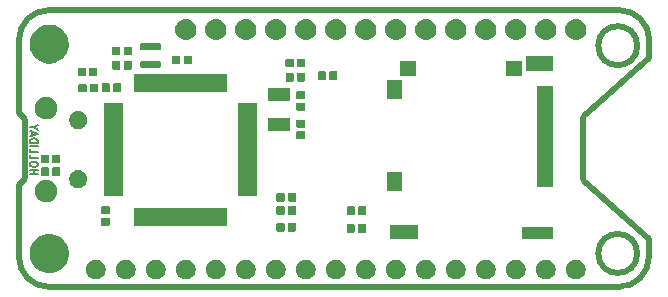
<source format=gbr>
%TF.GenerationSoftware,KiCad,Pcbnew,(6.0.0-rc1-dev-1614-ge850a482d)*%
%TF.CreationDate,2019-02-21T20:22:14-08:00*%
%TF.ProjectId,SAM32,53414d33-322e-46b6-9963-61645f706362,rev?*%
%TF.SameCoordinates,Original*%
%TF.FileFunction,Soldermask,Bot*%
%TF.FilePolarity,Negative*%
%FSLAX46Y46*%
G04 Gerber Fmt 4.6, Leading zero omitted, Abs format (unit mm)*
G04 Created by KiCad (PCBNEW (6.0.0-rc1-dev-1614-ge850a482d)) date 2019-02-21 20:22:14*
%MOMM*%
%LPD*%
G04 APERTURE LIST*
%ADD10C,0.158750*%
%ADD11C,0.508000*%
%ADD12C,0.150000*%
G04 APERTURE END LIST*
D10*
X56798738Y-101488622D02*
X57433738Y-101488622D01*
X57131357Y-101488622D02*
X57131357Y-101125764D01*
X56798738Y-101125764D02*
X57433738Y-101125764D01*
X57433738Y-100702431D02*
X57433738Y-100581479D01*
X57403500Y-100521002D01*
X57343023Y-100460526D01*
X57222071Y-100430288D01*
X57010404Y-100430288D01*
X56889452Y-100460526D01*
X56828976Y-100521002D01*
X56798738Y-100581479D01*
X56798738Y-100702431D01*
X56828976Y-100762907D01*
X56889452Y-100823383D01*
X57010404Y-100853622D01*
X57222071Y-100853622D01*
X57343023Y-100823383D01*
X57403500Y-100762907D01*
X57433738Y-100702431D01*
X56798738Y-99855764D02*
X56798738Y-100158145D01*
X57433738Y-100158145D01*
X56798738Y-99341717D02*
X56798738Y-99644098D01*
X57433738Y-99644098D01*
X56798738Y-99130050D02*
X57433738Y-99130050D01*
X56798738Y-98827669D02*
X57433738Y-98827669D01*
X57433738Y-98676479D01*
X57403500Y-98585764D01*
X57343023Y-98525288D01*
X57282547Y-98495050D01*
X57161595Y-98464812D01*
X57070880Y-98464812D01*
X56949928Y-98495050D01*
X56889452Y-98525288D01*
X56828976Y-98585764D01*
X56798738Y-98676479D01*
X56798738Y-98827669D01*
X56980166Y-98222907D02*
X56980166Y-97920526D01*
X56798738Y-98283383D02*
X57433738Y-98071717D01*
X56798738Y-97860050D01*
X57101119Y-97527431D02*
X56798738Y-97527431D01*
X57433738Y-97739098D02*
X57101119Y-97527431D01*
X57433738Y-97315764D01*
D11*
X109192060Y-106945080D02*
X109192060Y-108498640D01*
X106652060Y-111038640D02*
G75*
G03X109192060Y-108498640I0J2540000D01*
G01*
X103755076Y-102181768D02*
X109192060Y-106945080D01*
X55852060Y-96296067D02*
X56300000Y-96740000D01*
X103758052Y-96469398D02*
X109220013Y-91690000D01*
X103758039Y-96469407D02*
G75*
G03X103628512Y-96721166I160472J-241760D01*
G01*
X103755063Y-102181759D02*
G75*
G02X103625536Y-101930000I160472J241760D01*
G01*
X103625536Y-101930000D02*
X103628512Y-96721166D01*
X55852060Y-102438136D02*
X56300000Y-101994203D01*
X56300000Y-101994203D02*
G75*
G03X56361488Y-101805369I-228511J178835D01*
G01*
X56300000Y-96740000D02*
G75*
G02X56361488Y-96928834I-228511J-178835D01*
G01*
X108205221Y-90615720D02*
G75*
G03X108205221Y-90615720I-1652221J0D01*
G01*
X108205221Y-108205220D02*
G75*
G03X108205221Y-108205220I-1652221J0D01*
G01*
X109220013Y-90136440D02*
X109220013Y-91690000D01*
X55852060Y-90136440D02*
X55852060Y-96296067D01*
X106680013Y-87596440D02*
G75*
G02X109220013Y-90136440I0J-2540000D01*
G01*
X55852060Y-102438136D02*
X55852060Y-108498640D01*
X106680013Y-87596440D02*
X58392060Y-87596440D01*
X58392060Y-111038640D02*
X106652060Y-111038640D01*
X55852060Y-90136440D02*
G75*
G02X58392060Y-87596440I2540000J0D01*
G01*
X56361488Y-96928834D02*
X56361488Y-101805369D01*
X58392060Y-111038640D02*
G75*
G02X55852060Y-108498640I0J2540000D01*
G01*
D12*
G36*
X103160525Y-108743346D02*
G01*
X103241494Y-108759451D01*
X103317765Y-108791044D01*
X103394038Y-108822637D01*
X103530397Y-108913749D01*
X103531322Y-108914367D01*
X103648073Y-109031118D01*
X103648075Y-109031121D01*
X103739803Y-109168402D01*
X103802989Y-109320947D01*
X103835200Y-109482883D01*
X103835200Y-109647997D01*
X103802989Y-109809933D01*
X103739803Y-109962478D01*
X103648691Y-110098837D01*
X103648073Y-110099762D01*
X103531322Y-110216513D01*
X103531319Y-110216515D01*
X103394038Y-110308243D01*
X103241494Y-110371429D01*
X103160525Y-110387535D01*
X103079557Y-110403640D01*
X102914443Y-110403640D01*
X102833475Y-110387535D01*
X102752506Y-110371429D01*
X102599962Y-110308243D01*
X102462681Y-110216515D01*
X102462678Y-110216513D01*
X102345927Y-110099762D01*
X102345309Y-110098837D01*
X102254197Y-109962478D01*
X102191011Y-109809933D01*
X102158800Y-109647997D01*
X102158800Y-109482883D01*
X102191011Y-109320947D01*
X102254197Y-109168402D01*
X102345925Y-109031121D01*
X102345927Y-109031118D01*
X102462678Y-108914367D01*
X102463603Y-108913749D01*
X102599962Y-108822637D01*
X102676235Y-108791044D01*
X102752506Y-108759451D01*
X102833475Y-108743346D01*
X102914443Y-108727240D01*
X103079557Y-108727240D01*
X103160525Y-108743346D01*
X103160525Y-108743346D01*
G37*
G36*
X82840525Y-108743346D02*
G01*
X82921494Y-108759451D01*
X82997765Y-108791044D01*
X83074038Y-108822637D01*
X83210397Y-108913749D01*
X83211322Y-108914367D01*
X83328073Y-109031118D01*
X83328075Y-109031121D01*
X83419803Y-109168402D01*
X83482989Y-109320947D01*
X83515200Y-109482883D01*
X83515200Y-109647997D01*
X83482989Y-109809933D01*
X83419803Y-109962478D01*
X83328691Y-110098837D01*
X83328073Y-110099762D01*
X83211322Y-110216513D01*
X83211319Y-110216515D01*
X83074038Y-110308243D01*
X82921494Y-110371429D01*
X82840525Y-110387535D01*
X82759557Y-110403640D01*
X82594443Y-110403640D01*
X82513475Y-110387535D01*
X82432506Y-110371429D01*
X82279962Y-110308243D01*
X82142681Y-110216515D01*
X82142678Y-110216513D01*
X82025927Y-110099762D01*
X82025309Y-110098837D01*
X81934197Y-109962478D01*
X81871011Y-109809933D01*
X81838800Y-109647997D01*
X81838800Y-109482883D01*
X81871011Y-109320947D01*
X81934197Y-109168402D01*
X82025925Y-109031121D01*
X82025927Y-109031118D01*
X82142678Y-108914367D01*
X82143603Y-108913749D01*
X82279962Y-108822637D01*
X82356235Y-108791044D01*
X82432506Y-108759451D01*
X82513475Y-108743346D01*
X82594443Y-108727240D01*
X82759557Y-108727240D01*
X82840525Y-108743346D01*
X82840525Y-108743346D01*
G37*
G36*
X98080525Y-108743346D02*
G01*
X98161494Y-108759451D01*
X98237765Y-108791044D01*
X98314038Y-108822637D01*
X98450397Y-108913749D01*
X98451322Y-108914367D01*
X98568073Y-109031118D01*
X98568075Y-109031121D01*
X98659803Y-109168402D01*
X98722989Y-109320947D01*
X98755200Y-109482883D01*
X98755200Y-109647997D01*
X98722989Y-109809933D01*
X98659803Y-109962478D01*
X98568691Y-110098837D01*
X98568073Y-110099762D01*
X98451322Y-110216513D01*
X98451319Y-110216515D01*
X98314038Y-110308243D01*
X98161494Y-110371429D01*
X98080525Y-110387535D01*
X97999557Y-110403640D01*
X97834443Y-110403640D01*
X97753475Y-110387535D01*
X97672506Y-110371429D01*
X97519962Y-110308243D01*
X97382681Y-110216515D01*
X97382678Y-110216513D01*
X97265927Y-110099762D01*
X97265309Y-110098837D01*
X97174197Y-109962478D01*
X97111011Y-109809933D01*
X97078800Y-109647997D01*
X97078800Y-109482883D01*
X97111011Y-109320947D01*
X97174197Y-109168402D01*
X97265925Y-109031121D01*
X97265927Y-109031118D01*
X97382678Y-108914367D01*
X97383603Y-108913749D01*
X97519962Y-108822637D01*
X97596235Y-108791044D01*
X97672506Y-108759451D01*
X97753475Y-108743346D01*
X97834443Y-108727240D01*
X97999557Y-108727240D01*
X98080525Y-108743346D01*
X98080525Y-108743346D01*
G37*
G36*
X95540525Y-108743346D02*
G01*
X95621494Y-108759451D01*
X95697765Y-108791044D01*
X95774038Y-108822637D01*
X95910397Y-108913749D01*
X95911322Y-108914367D01*
X96028073Y-109031118D01*
X96028075Y-109031121D01*
X96119803Y-109168402D01*
X96182989Y-109320947D01*
X96215200Y-109482883D01*
X96215200Y-109647997D01*
X96182989Y-109809933D01*
X96119803Y-109962478D01*
X96028691Y-110098837D01*
X96028073Y-110099762D01*
X95911322Y-110216513D01*
X95911319Y-110216515D01*
X95774038Y-110308243D01*
X95621494Y-110371429D01*
X95540525Y-110387535D01*
X95459557Y-110403640D01*
X95294443Y-110403640D01*
X95213475Y-110387535D01*
X95132506Y-110371429D01*
X94979962Y-110308243D01*
X94842681Y-110216515D01*
X94842678Y-110216513D01*
X94725927Y-110099762D01*
X94725309Y-110098837D01*
X94634197Y-109962478D01*
X94571011Y-109809933D01*
X94538800Y-109647997D01*
X94538800Y-109482883D01*
X94571011Y-109320947D01*
X94634197Y-109168402D01*
X94725925Y-109031121D01*
X94725927Y-109031118D01*
X94842678Y-108914367D01*
X94843603Y-108913749D01*
X94979962Y-108822637D01*
X95056235Y-108791044D01*
X95132506Y-108759451D01*
X95213475Y-108743346D01*
X95294443Y-108727240D01*
X95459557Y-108727240D01*
X95540525Y-108743346D01*
X95540525Y-108743346D01*
G37*
G36*
X93000525Y-108743346D02*
G01*
X93081494Y-108759451D01*
X93157765Y-108791044D01*
X93234038Y-108822637D01*
X93370397Y-108913749D01*
X93371322Y-108914367D01*
X93488073Y-109031118D01*
X93488075Y-109031121D01*
X93579803Y-109168402D01*
X93642989Y-109320947D01*
X93675200Y-109482883D01*
X93675200Y-109647997D01*
X93642989Y-109809933D01*
X93579803Y-109962478D01*
X93488691Y-110098837D01*
X93488073Y-110099762D01*
X93371322Y-110216513D01*
X93371319Y-110216515D01*
X93234038Y-110308243D01*
X93081494Y-110371429D01*
X93000525Y-110387535D01*
X92919557Y-110403640D01*
X92754443Y-110403640D01*
X92673475Y-110387535D01*
X92592506Y-110371429D01*
X92439962Y-110308243D01*
X92302681Y-110216515D01*
X92302678Y-110216513D01*
X92185927Y-110099762D01*
X92185309Y-110098837D01*
X92094197Y-109962478D01*
X92031011Y-109809933D01*
X91998800Y-109647997D01*
X91998800Y-109482883D01*
X92031011Y-109320947D01*
X92094197Y-109168402D01*
X92185925Y-109031121D01*
X92185927Y-109031118D01*
X92302678Y-108914367D01*
X92303603Y-108913749D01*
X92439962Y-108822637D01*
X92516235Y-108791044D01*
X92592506Y-108759451D01*
X92673475Y-108743346D01*
X92754443Y-108727240D01*
X92919557Y-108727240D01*
X93000525Y-108743346D01*
X93000525Y-108743346D01*
G37*
G36*
X90460525Y-108743346D02*
G01*
X90541494Y-108759451D01*
X90617765Y-108791044D01*
X90694038Y-108822637D01*
X90830397Y-108913749D01*
X90831322Y-108914367D01*
X90948073Y-109031118D01*
X90948075Y-109031121D01*
X91039803Y-109168402D01*
X91102989Y-109320947D01*
X91135200Y-109482883D01*
X91135200Y-109647997D01*
X91102989Y-109809933D01*
X91039803Y-109962478D01*
X90948691Y-110098837D01*
X90948073Y-110099762D01*
X90831322Y-110216513D01*
X90831319Y-110216515D01*
X90694038Y-110308243D01*
X90541494Y-110371429D01*
X90460525Y-110387535D01*
X90379557Y-110403640D01*
X90214443Y-110403640D01*
X90133475Y-110387535D01*
X90052506Y-110371429D01*
X89899962Y-110308243D01*
X89762681Y-110216515D01*
X89762678Y-110216513D01*
X89645927Y-110099762D01*
X89645309Y-110098837D01*
X89554197Y-109962478D01*
X89491011Y-109809933D01*
X89458800Y-109647997D01*
X89458800Y-109482883D01*
X89491011Y-109320947D01*
X89554197Y-109168402D01*
X89645925Y-109031121D01*
X89645927Y-109031118D01*
X89762678Y-108914367D01*
X89763603Y-108913749D01*
X89899962Y-108822637D01*
X89976235Y-108791044D01*
X90052506Y-108759451D01*
X90133475Y-108743346D01*
X90214443Y-108727240D01*
X90379557Y-108727240D01*
X90460525Y-108743346D01*
X90460525Y-108743346D01*
G37*
G36*
X87920525Y-108743346D02*
G01*
X88001494Y-108759451D01*
X88077765Y-108791044D01*
X88154038Y-108822637D01*
X88290397Y-108913749D01*
X88291322Y-108914367D01*
X88408073Y-109031118D01*
X88408075Y-109031121D01*
X88499803Y-109168402D01*
X88562989Y-109320947D01*
X88595200Y-109482883D01*
X88595200Y-109647997D01*
X88562989Y-109809933D01*
X88499803Y-109962478D01*
X88408691Y-110098837D01*
X88408073Y-110099762D01*
X88291322Y-110216513D01*
X88291319Y-110216515D01*
X88154038Y-110308243D01*
X88001494Y-110371429D01*
X87920525Y-110387535D01*
X87839557Y-110403640D01*
X87674443Y-110403640D01*
X87593475Y-110387535D01*
X87512506Y-110371429D01*
X87359962Y-110308243D01*
X87222681Y-110216515D01*
X87222678Y-110216513D01*
X87105927Y-110099762D01*
X87105309Y-110098837D01*
X87014197Y-109962478D01*
X86951011Y-109809933D01*
X86918800Y-109647997D01*
X86918800Y-109482883D01*
X86951011Y-109320947D01*
X87014197Y-109168402D01*
X87105925Y-109031121D01*
X87105927Y-109031118D01*
X87222678Y-108914367D01*
X87223603Y-108913749D01*
X87359962Y-108822637D01*
X87436235Y-108791044D01*
X87512506Y-108759451D01*
X87593475Y-108743346D01*
X87674443Y-108727240D01*
X87839557Y-108727240D01*
X87920525Y-108743346D01*
X87920525Y-108743346D01*
G37*
G36*
X85380525Y-108743346D02*
G01*
X85461494Y-108759451D01*
X85537765Y-108791044D01*
X85614038Y-108822637D01*
X85750397Y-108913749D01*
X85751322Y-108914367D01*
X85868073Y-109031118D01*
X85868075Y-109031121D01*
X85959803Y-109168402D01*
X86022989Y-109320947D01*
X86055200Y-109482883D01*
X86055200Y-109647997D01*
X86022989Y-109809933D01*
X85959803Y-109962478D01*
X85868691Y-110098837D01*
X85868073Y-110099762D01*
X85751322Y-110216513D01*
X85751319Y-110216515D01*
X85614038Y-110308243D01*
X85461494Y-110371429D01*
X85380525Y-110387535D01*
X85299557Y-110403640D01*
X85134443Y-110403640D01*
X85053475Y-110387535D01*
X84972506Y-110371429D01*
X84819962Y-110308243D01*
X84682681Y-110216515D01*
X84682678Y-110216513D01*
X84565927Y-110099762D01*
X84565309Y-110098837D01*
X84474197Y-109962478D01*
X84411011Y-109809933D01*
X84378800Y-109647997D01*
X84378800Y-109482883D01*
X84411011Y-109320947D01*
X84474197Y-109168402D01*
X84565925Y-109031121D01*
X84565927Y-109031118D01*
X84682678Y-108914367D01*
X84683603Y-108913749D01*
X84819962Y-108822637D01*
X84896235Y-108791044D01*
X84972506Y-108759451D01*
X85053475Y-108743346D01*
X85134443Y-108727240D01*
X85299557Y-108727240D01*
X85380525Y-108743346D01*
X85380525Y-108743346D01*
G37*
G36*
X100620525Y-108743346D02*
G01*
X100701494Y-108759451D01*
X100777765Y-108791044D01*
X100854038Y-108822637D01*
X100990397Y-108913749D01*
X100991322Y-108914367D01*
X101108073Y-109031118D01*
X101108075Y-109031121D01*
X101199803Y-109168402D01*
X101262989Y-109320947D01*
X101295200Y-109482883D01*
X101295200Y-109647997D01*
X101262989Y-109809933D01*
X101199803Y-109962478D01*
X101108691Y-110098837D01*
X101108073Y-110099762D01*
X100991322Y-110216513D01*
X100991319Y-110216515D01*
X100854038Y-110308243D01*
X100701494Y-110371429D01*
X100620525Y-110387535D01*
X100539557Y-110403640D01*
X100374443Y-110403640D01*
X100293475Y-110387535D01*
X100212506Y-110371429D01*
X100059962Y-110308243D01*
X99922681Y-110216515D01*
X99922678Y-110216513D01*
X99805927Y-110099762D01*
X99805309Y-110098837D01*
X99714197Y-109962478D01*
X99651011Y-109809933D01*
X99618800Y-109647997D01*
X99618800Y-109482883D01*
X99651011Y-109320947D01*
X99714197Y-109168402D01*
X99805925Y-109031121D01*
X99805927Y-109031118D01*
X99922678Y-108914367D01*
X99923603Y-108913749D01*
X100059962Y-108822637D01*
X100136235Y-108791044D01*
X100212506Y-108759451D01*
X100293475Y-108743346D01*
X100374443Y-108727240D01*
X100539557Y-108727240D01*
X100620525Y-108743346D01*
X100620525Y-108743346D01*
G37*
G36*
X77760525Y-108743346D02*
G01*
X77841494Y-108759451D01*
X77917765Y-108791044D01*
X77994038Y-108822637D01*
X78130397Y-108913749D01*
X78131322Y-108914367D01*
X78248073Y-109031118D01*
X78248075Y-109031121D01*
X78339803Y-109168402D01*
X78402989Y-109320947D01*
X78435200Y-109482883D01*
X78435200Y-109647997D01*
X78402989Y-109809933D01*
X78339803Y-109962478D01*
X78248691Y-110098837D01*
X78248073Y-110099762D01*
X78131322Y-110216513D01*
X78131319Y-110216515D01*
X77994038Y-110308243D01*
X77841494Y-110371429D01*
X77760525Y-110387535D01*
X77679557Y-110403640D01*
X77514443Y-110403640D01*
X77433475Y-110387535D01*
X77352506Y-110371429D01*
X77199962Y-110308243D01*
X77062681Y-110216515D01*
X77062678Y-110216513D01*
X76945927Y-110099762D01*
X76945309Y-110098837D01*
X76854197Y-109962478D01*
X76791011Y-109809933D01*
X76758800Y-109647997D01*
X76758800Y-109482883D01*
X76791011Y-109320947D01*
X76854197Y-109168402D01*
X76945925Y-109031121D01*
X76945927Y-109031118D01*
X77062678Y-108914367D01*
X77063603Y-108913749D01*
X77199962Y-108822637D01*
X77276235Y-108791044D01*
X77352506Y-108759451D01*
X77433475Y-108743346D01*
X77514443Y-108727240D01*
X77679557Y-108727240D01*
X77760525Y-108743346D01*
X77760525Y-108743346D01*
G37*
G36*
X80300525Y-108743346D02*
G01*
X80381494Y-108759451D01*
X80457765Y-108791044D01*
X80534038Y-108822637D01*
X80670397Y-108913749D01*
X80671322Y-108914367D01*
X80788073Y-109031118D01*
X80788075Y-109031121D01*
X80879803Y-109168402D01*
X80942989Y-109320947D01*
X80975200Y-109482883D01*
X80975200Y-109647997D01*
X80942989Y-109809933D01*
X80879803Y-109962478D01*
X80788691Y-110098837D01*
X80788073Y-110099762D01*
X80671322Y-110216513D01*
X80671319Y-110216515D01*
X80534038Y-110308243D01*
X80381494Y-110371429D01*
X80300525Y-110387535D01*
X80219557Y-110403640D01*
X80054443Y-110403640D01*
X79973475Y-110387535D01*
X79892506Y-110371429D01*
X79739962Y-110308243D01*
X79602681Y-110216515D01*
X79602678Y-110216513D01*
X79485927Y-110099762D01*
X79485309Y-110098837D01*
X79394197Y-109962478D01*
X79331011Y-109809933D01*
X79298800Y-109647997D01*
X79298800Y-109482883D01*
X79331011Y-109320947D01*
X79394197Y-109168402D01*
X79485925Y-109031121D01*
X79485927Y-109031118D01*
X79602678Y-108914367D01*
X79603603Y-108913749D01*
X79739962Y-108822637D01*
X79816235Y-108791044D01*
X79892506Y-108759451D01*
X79973475Y-108743346D01*
X80054443Y-108727240D01*
X80219557Y-108727240D01*
X80300525Y-108743346D01*
X80300525Y-108743346D01*
G37*
G36*
X62520525Y-108743346D02*
G01*
X62601494Y-108759451D01*
X62677765Y-108791044D01*
X62754038Y-108822637D01*
X62890397Y-108913749D01*
X62891322Y-108914367D01*
X63008073Y-109031118D01*
X63008075Y-109031121D01*
X63099803Y-109168402D01*
X63162989Y-109320947D01*
X63195200Y-109482883D01*
X63195200Y-109647997D01*
X63162989Y-109809933D01*
X63099803Y-109962478D01*
X63008691Y-110098837D01*
X63008073Y-110099762D01*
X62891322Y-110216513D01*
X62891319Y-110216515D01*
X62754038Y-110308243D01*
X62601494Y-110371429D01*
X62520525Y-110387535D01*
X62439557Y-110403640D01*
X62274443Y-110403640D01*
X62193475Y-110387535D01*
X62112506Y-110371429D01*
X61959962Y-110308243D01*
X61822681Y-110216515D01*
X61822678Y-110216513D01*
X61705927Y-110099762D01*
X61705309Y-110098837D01*
X61614197Y-109962478D01*
X61551011Y-109809933D01*
X61518800Y-109647997D01*
X61518800Y-109482883D01*
X61551011Y-109320947D01*
X61614197Y-109168402D01*
X61705925Y-109031121D01*
X61705927Y-109031118D01*
X61822678Y-108914367D01*
X61823603Y-108913749D01*
X61959962Y-108822637D01*
X62036235Y-108791044D01*
X62112506Y-108759451D01*
X62193475Y-108743346D01*
X62274443Y-108727240D01*
X62439557Y-108727240D01*
X62520525Y-108743346D01*
X62520525Y-108743346D01*
G37*
G36*
X65060525Y-108743346D02*
G01*
X65141494Y-108759451D01*
X65217765Y-108791044D01*
X65294038Y-108822637D01*
X65430397Y-108913749D01*
X65431322Y-108914367D01*
X65548073Y-109031118D01*
X65548075Y-109031121D01*
X65639803Y-109168402D01*
X65702989Y-109320947D01*
X65735200Y-109482883D01*
X65735200Y-109647997D01*
X65702989Y-109809933D01*
X65639803Y-109962478D01*
X65548691Y-110098837D01*
X65548073Y-110099762D01*
X65431322Y-110216513D01*
X65431319Y-110216515D01*
X65294038Y-110308243D01*
X65141494Y-110371429D01*
X65060525Y-110387535D01*
X64979557Y-110403640D01*
X64814443Y-110403640D01*
X64733475Y-110387535D01*
X64652506Y-110371429D01*
X64499962Y-110308243D01*
X64362681Y-110216515D01*
X64362678Y-110216513D01*
X64245927Y-110099762D01*
X64245309Y-110098837D01*
X64154197Y-109962478D01*
X64091011Y-109809933D01*
X64058800Y-109647997D01*
X64058800Y-109482883D01*
X64091011Y-109320947D01*
X64154197Y-109168402D01*
X64245925Y-109031121D01*
X64245927Y-109031118D01*
X64362678Y-108914367D01*
X64363603Y-108913749D01*
X64499962Y-108822637D01*
X64576235Y-108791044D01*
X64652506Y-108759451D01*
X64733475Y-108743346D01*
X64814443Y-108727240D01*
X64979557Y-108727240D01*
X65060525Y-108743346D01*
X65060525Y-108743346D01*
G37*
G36*
X67600525Y-108743346D02*
G01*
X67681494Y-108759451D01*
X67757765Y-108791044D01*
X67834038Y-108822637D01*
X67970397Y-108913749D01*
X67971322Y-108914367D01*
X68088073Y-109031118D01*
X68088075Y-109031121D01*
X68179803Y-109168402D01*
X68242989Y-109320947D01*
X68275200Y-109482883D01*
X68275200Y-109647997D01*
X68242989Y-109809933D01*
X68179803Y-109962478D01*
X68088691Y-110098837D01*
X68088073Y-110099762D01*
X67971322Y-110216513D01*
X67971319Y-110216515D01*
X67834038Y-110308243D01*
X67681494Y-110371429D01*
X67600525Y-110387535D01*
X67519557Y-110403640D01*
X67354443Y-110403640D01*
X67273475Y-110387535D01*
X67192506Y-110371429D01*
X67039962Y-110308243D01*
X66902681Y-110216515D01*
X66902678Y-110216513D01*
X66785927Y-110099762D01*
X66785309Y-110098837D01*
X66694197Y-109962478D01*
X66631011Y-109809933D01*
X66598800Y-109647997D01*
X66598800Y-109482883D01*
X66631011Y-109320947D01*
X66694197Y-109168402D01*
X66785925Y-109031121D01*
X66785927Y-109031118D01*
X66902678Y-108914367D01*
X66903603Y-108913749D01*
X67039962Y-108822637D01*
X67116235Y-108791044D01*
X67192506Y-108759451D01*
X67273475Y-108743346D01*
X67354443Y-108727240D01*
X67519557Y-108727240D01*
X67600525Y-108743346D01*
X67600525Y-108743346D01*
G37*
G36*
X70140525Y-108743346D02*
G01*
X70221494Y-108759451D01*
X70297765Y-108791044D01*
X70374038Y-108822637D01*
X70510397Y-108913749D01*
X70511322Y-108914367D01*
X70628073Y-109031118D01*
X70628075Y-109031121D01*
X70719803Y-109168402D01*
X70782989Y-109320947D01*
X70815200Y-109482883D01*
X70815200Y-109647997D01*
X70782989Y-109809933D01*
X70719803Y-109962478D01*
X70628691Y-110098837D01*
X70628073Y-110099762D01*
X70511322Y-110216513D01*
X70511319Y-110216515D01*
X70374038Y-110308243D01*
X70221494Y-110371429D01*
X70140525Y-110387535D01*
X70059557Y-110403640D01*
X69894443Y-110403640D01*
X69813475Y-110387535D01*
X69732506Y-110371429D01*
X69579962Y-110308243D01*
X69442681Y-110216515D01*
X69442678Y-110216513D01*
X69325927Y-110099762D01*
X69325309Y-110098837D01*
X69234197Y-109962478D01*
X69171011Y-109809933D01*
X69138800Y-109647997D01*
X69138800Y-109482883D01*
X69171011Y-109320947D01*
X69234197Y-109168402D01*
X69325925Y-109031121D01*
X69325927Y-109031118D01*
X69442678Y-108914367D01*
X69443603Y-108913749D01*
X69579962Y-108822637D01*
X69656235Y-108791044D01*
X69732506Y-108759451D01*
X69813475Y-108743346D01*
X69894443Y-108727240D01*
X70059557Y-108727240D01*
X70140525Y-108743346D01*
X70140525Y-108743346D01*
G37*
G36*
X72680525Y-108743346D02*
G01*
X72761494Y-108759451D01*
X72837765Y-108791044D01*
X72914038Y-108822637D01*
X73050397Y-108913749D01*
X73051322Y-108914367D01*
X73168073Y-109031118D01*
X73168075Y-109031121D01*
X73259803Y-109168402D01*
X73322989Y-109320947D01*
X73355200Y-109482883D01*
X73355200Y-109647997D01*
X73322989Y-109809933D01*
X73259803Y-109962478D01*
X73168691Y-110098837D01*
X73168073Y-110099762D01*
X73051322Y-110216513D01*
X73051319Y-110216515D01*
X72914038Y-110308243D01*
X72761494Y-110371429D01*
X72680525Y-110387535D01*
X72599557Y-110403640D01*
X72434443Y-110403640D01*
X72353475Y-110387535D01*
X72272506Y-110371429D01*
X72119962Y-110308243D01*
X71982681Y-110216515D01*
X71982678Y-110216513D01*
X71865927Y-110099762D01*
X71865309Y-110098837D01*
X71774197Y-109962478D01*
X71711011Y-109809933D01*
X71678800Y-109647997D01*
X71678800Y-109482883D01*
X71711011Y-109320947D01*
X71774197Y-109168402D01*
X71865925Y-109031121D01*
X71865927Y-109031118D01*
X71982678Y-108914367D01*
X71983603Y-108913749D01*
X72119962Y-108822637D01*
X72196235Y-108791044D01*
X72272506Y-108759451D01*
X72353475Y-108743346D01*
X72434443Y-108727240D01*
X72599557Y-108727240D01*
X72680525Y-108743346D01*
X72680525Y-108743346D01*
G37*
G36*
X75220525Y-108743346D02*
G01*
X75301494Y-108759451D01*
X75377765Y-108791044D01*
X75454038Y-108822637D01*
X75590397Y-108913749D01*
X75591322Y-108914367D01*
X75708073Y-109031118D01*
X75708075Y-109031121D01*
X75799803Y-109168402D01*
X75862989Y-109320947D01*
X75895200Y-109482883D01*
X75895200Y-109647997D01*
X75862989Y-109809933D01*
X75799803Y-109962478D01*
X75708691Y-110098837D01*
X75708073Y-110099762D01*
X75591322Y-110216513D01*
X75591319Y-110216515D01*
X75454038Y-110308243D01*
X75301494Y-110371429D01*
X75220525Y-110387535D01*
X75139557Y-110403640D01*
X74974443Y-110403640D01*
X74893475Y-110387535D01*
X74812506Y-110371429D01*
X74659962Y-110308243D01*
X74522681Y-110216515D01*
X74522678Y-110216513D01*
X74405927Y-110099762D01*
X74405309Y-110098837D01*
X74314197Y-109962478D01*
X74251011Y-109809933D01*
X74218800Y-109647997D01*
X74218800Y-109482883D01*
X74251011Y-109320947D01*
X74314197Y-109168402D01*
X74405925Y-109031121D01*
X74405927Y-109031118D01*
X74522678Y-108914367D01*
X74523603Y-108913749D01*
X74659962Y-108822637D01*
X74736235Y-108791044D01*
X74812506Y-108759451D01*
X74893475Y-108743346D01*
X74974443Y-108727240D01*
X75139557Y-108727240D01*
X75220525Y-108743346D01*
X75220525Y-108743346D01*
G37*
G36*
X58688900Y-106574346D02*
G01*
X58901521Y-106616639D01*
X59201947Y-106741080D01*
X59472324Y-106921740D01*
X59702260Y-107151676D01*
X59882920Y-107422053D01*
X60007361Y-107722479D01*
X60070800Y-108041410D01*
X60070800Y-108366590D01*
X60007361Y-108685521D01*
X59882920Y-108985947D01*
X59702260Y-109256324D01*
X59472324Y-109486260D01*
X59201947Y-109666920D01*
X58901521Y-109791361D01*
X58688900Y-109833654D01*
X58582591Y-109854800D01*
X58257409Y-109854800D01*
X58151100Y-109833654D01*
X57938479Y-109791361D01*
X57638053Y-109666920D01*
X57367676Y-109486260D01*
X57137740Y-109256324D01*
X56957080Y-108985947D01*
X56832639Y-108685521D01*
X56769200Y-108366590D01*
X56769200Y-108041410D01*
X56832639Y-107722479D01*
X56957080Y-107422053D01*
X57137740Y-107151676D01*
X57367676Y-106921740D01*
X57638053Y-106741080D01*
X57938479Y-106616639D01*
X58151100Y-106574346D01*
X58257409Y-106553200D01*
X58582591Y-106553200D01*
X58688900Y-106574346D01*
X58688900Y-106574346D01*
G37*
G36*
X89601300Y-107021300D02*
G01*
X87299700Y-107021300D01*
X87299700Y-105769700D01*
X89601300Y-105769700D01*
X89601300Y-107021300D01*
X89601300Y-107021300D01*
G37*
G36*
X101081300Y-107021300D02*
G01*
X98479700Y-107021300D01*
X98479700Y-105969700D01*
X101081300Y-105969700D01*
X101081300Y-107021300D01*
X101081300Y-107021300D01*
G37*
G36*
X85161819Y-105721914D02*
G01*
X85182416Y-105728162D01*
X85201400Y-105738310D01*
X85218037Y-105751963D01*
X85231690Y-105768600D01*
X85241838Y-105787584D01*
X85248086Y-105808181D01*
X85250800Y-105835740D01*
X85250800Y-106344260D01*
X85248086Y-106371819D01*
X85241838Y-106392416D01*
X85231690Y-106411400D01*
X85218037Y-106428037D01*
X85201400Y-106441690D01*
X85182416Y-106451838D01*
X85161819Y-106458086D01*
X85134260Y-106460800D01*
X84675740Y-106460800D01*
X84648181Y-106458086D01*
X84627584Y-106451838D01*
X84608600Y-106441690D01*
X84591963Y-106428037D01*
X84578310Y-106411400D01*
X84568162Y-106392416D01*
X84561914Y-106371819D01*
X84559200Y-106344260D01*
X84559200Y-105835740D01*
X84561914Y-105808181D01*
X84568162Y-105787584D01*
X84578310Y-105768600D01*
X84591963Y-105751963D01*
X84608600Y-105738310D01*
X84627584Y-105728162D01*
X84648181Y-105721914D01*
X84675740Y-105719200D01*
X85134260Y-105719200D01*
X85161819Y-105721914D01*
X85161819Y-105721914D01*
G37*
G36*
X84191819Y-105721914D02*
G01*
X84212416Y-105728162D01*
X84231400Y-105738310D01*
X84248037Y-105751963D01*
X84261690Y-105768600D01*
X84271838Y-105787584D01*
X84278086Y-105808181D01*
X84280800Y-105835740D01*
X84280800Y-106344260D01*
X84278086Y-106371819D01*
X84271838Y-106392416D01*
X84261690Y-106411400D01*
X84248037Y-106428037D01*
X84231400Y-106441690D01*
X84212416Y-106451838D01*
X84191819Y-106458086D01*
X84164260Y-106460800D01*
X83705740Y-106460800D01*
X83678181Y-106458086D01*
X83657584Y-106451838D01*
X83638600Y-106441690D01*
X83621963Y-106428037D01*
X83608310Y-106411400D01*
X83598162Y-106392416D01*
X83591914Y-106371819D01*
X83589200Y-106344260D01*
X83589200Y-105835740D01*
X83591914Y-105808181D01*
X83598162Y-105787584D01*
X83608310Y-105768600D01*
X83621963Y-105751963D01*
X83638600Y-105738310D01*
X83657584Y-105728162D01*
X83678181Y-105721914D01*
X83705740Y-105719200D01*
X84164260Y-105719200D01*
X84191819Y-105721914D01*
X84191819Y-105721914D01*
G37*
G36*
X79227819Y-105621914D02*
G01*
X79248416Y-105628162D01*
X79267400Y-105638310D01*
X79284037Y-105651963D01*
X79297690Y-105668600D01*
X79307838Y-105687584D01*
X79314086Y-105708181D01*
X79316800Y-105735740D01*
X79316800Y-106244260D01*
X79314086Y-106271819D01*
X79307838Y-106292416D01*
X79297690Y-106311400D01*
X79284037Y-106328037D01*
X79267400Y-106341690D01*
X79248416Y-106351838D01*
X79227819Y-106358086D01*
X79200260Y-106360800D01*
X78741740Y-106360800D01*
X78714181Y-106358086D01*
X78693584Y-106351838D01*
X78674600Y-106341690D01*
X78657963Y-106328037D01*
X78644310Y-106311400D01*
X78634162Y-106292416D01*
X78627914Y-106271819D01*
X78625200Y-106244260D01*
X78625200Y-105735740D01*
X78627914Y-105708181D01*
X78634162Y-105687584D01*
X78644310Y-105668600D01*
X78657963Y-105651963D01*
X78674600Y-105638310D01*
X78693584Y-105628162D01*
X78714181Y-105621914D01*
X78741740Y-105619200D01*
X79200260Y-105619200D01*
X79227819Y-105621914D01*
X79227819Y-105621914D01*
G37*
G36*
X78257819Y-105621914D02*
G01*
X78278416Y-105628162D01*
X78297400Y-105638310D01*
X78314037Y-105651963D01*
X78327690Y-105668600D01*
X78337838Y-105687584D01*
X78344086Y-105708181D01*
X78346800Y-105735740D01*
X78346800Y-106244260D01*
X78344086Y-106271819D01*
X78337838Y-106292416D01*
X78327690Y-106311400D01*
X78314037Y-106328037D01*
X78297400Y-106341690D01*
X78278416Y-106351838D01*
X78257819Y-106358086D01*
X78230260Y-106360800D01*
X77771740Y-106360800D01*
X77744181Y-106358086D01*
X77723584Y-106351838D01*
X77704600Y-106341690D01*
X77687963Y-106328037D01*
X77674310Y-106311400D01*
X77664162Y-106292416D01*
X77657914Y-106271819D01*
X77655200Y-106244260D01*
X77655200Y-105735740D01*
X77657914Y-105708181D01*
X77664162Y-105687584D01*
X77674310Y-105668600D01*
X77687963Y-105651963D01*
X77704600Y-105638310D01*
X77723584Y-105628162D01*
X77744181Y-105621914D01*
X77771740Y-105619200D01*
X78230260Y-105619200D01*
X78257819Y-105621914D01*
X78257819Y-105621914D01*
G37*
G36*
X73473300Y-105896800D02*
G01*
X65591700Y-105896800D01*
X65591700Y-104325200D01*
X73473300Y-104325200D01*
X73473300Y-105896800D01*
X73473300Y-105896800D01*
G37*
G36*
X63461819Y-105171914D02*
G01*
X63482416Y-105178162D01*
X63501400Y-105188310D01*
X63518037Y-105201963D01*
X63531690Y-105218600D01*
X63541838Y-105237584D01*
X63548086Y-105258181D01*
X63550800Y-105285740D01*
X63550800Y-105744260D01*
X63548086Y-105771819D01*
X63541838Y-105792416D01*
X63531690Y-105811400D01*
X63518037Y-105828037D01*
X63501400Y-105841690D01*
X63482416Y-105851838D01*
X63461819Y-105858086D01*
X63434260Y-105860800D01*
X62925740Y-105860800D01*
X62898181Y-105858086D01*
X62877584Y-105851838D01*
X62858600Y-105841690D01*
X62841963Y-105828037D01*
X62828310Y-105811400D01*
X62818162Y-105792416D01*
X62811914Y-105771819D01*
X62809200Y-105744260D01*
X62809200Y-105285740D01*
X62811914Y-105258181D01*
X62818162Y-105237584D01*
X62828310Y-105218600D01*
X62841963Y-105201963D01*
X62858600Y-105188310D01*
X62877584Y-105178162D01*
X62898181Y-105171914D01*
X62925740Y-105169200D01*
X63434260Y-105169200D01*
X63461819Y-105171914D01*
X63461819Y-105171914D01*
G37*
G36*
X84221819Y-104221914D02*
G01*
X84242416Y-104228162D01*
X84261400Y-104238310D01*
X84278037Y-104251963D01*
X84291690Y-104268600D01*
X84301838Y-104287584D01*
X84308086Y-104308181D01*
X84310800Y-104335740D01*
X84310800Y-104844260D01*
X84308086Y-104871819D01*
X84301838Y-104892416D01*
X84291690Y-104911400D01*
X84278037Y-104928037D01*
X84261400Y-104941690D01*
X84242416Y-104951838D01*
X84221819Y-104958086D01*
X84194260Y-104960800D01*
X83735740Y-104960800D01*
X83708181Y-104958086D01*
X83687584Y-104951838D01*
X83668600Y-104941690D01*
X83651963Y-104928037D01*
X83638310Y-104911400D01*
X83628162Y-104892416D01*
X83621914Y-104871819D01*
X83619200Y-104844260D01*
X83619200Y-104335740D01*
X83621914Y-104308181D01*
X83628162Y-104287584D01*
X83638310Y-104268600D01*
X83651963Y-104251963D01*
X83668600Y-104238310D01*
X83687584Y-104228162D01*
X83708181Y-104221914D01*
X83735740Y-104219200D01*
X84194260Y-104219200D01*
X84221819Y-104221914D01*
X84221819Y-104221914D01*
G37*
G36*
X85191819Y-104221914D02*
G01*
X85212416Y-104228162D01*
X85231400Y-104238310D01*
X85248037Y-104251963D01*
X85261690Y-104268600D01*
X85271838Y-104287584D01*
X85278086Y-104308181D01*
X85280800Y-104335740D01*
X85280800Y-104844260D01*
X85278086Y-104871819D01*
X85271838Y-104892416D01*
X85261690Y-104911400D01*
X85248037Y-104928037D01*
X85231400Y-104941690D01*
X85212416Y-104951838D01*
X85191819Y-104958086D01*
X85164260Y-104960800D01*
X84705740Y-104960800D01*
X84678181Y-104958086D01*
X84657584Y-104951838D01*
X84638600Y-104941690D01*
X84621963Y-104928037D01*
X84608310Y-104911400D01*
X84598162Y-104892416D01*
X84591914Y-104871819D01*
X84589200Y-104844260D01*
X84589200Y-104335740D01*
X84591914Y-104308181D01*
X84598162Y-104287584D01*
X84608310Y-104268600D01*
X84621963Y-104251963D01*
X84638600Y-104238310D01*
X84657584Y-104228162D01*
X84678181Y-104221914D01*
X84705740Y-104219200D01*
X85164260Y-104219200D01*
X85191819Y-104221914D01*
X85191819Y-104221914D01*
G37*
G36*
X78261819Y-104191914D02*
G01*
X78282416Y-104198162D01*
X78301400Y-104208310D01*
X78318037Y-104221963D01*
X78331690Y-104238600D01*
X78341838Y-104257584D01*
X78348086Y-104278181D01*
X78350800Y-104305740D01*
X78350800Y-104814260D01*
X78348086Y-104841819D01*
X78341838Y-104862416D01*
X78331690Y-104881400D01*
X78318037Y-104898037D01*
X78301400Y-104911690D01*
X78282416Y-104921838D01*
X78261819Y-104928086D01*
X78234260Y-104930800D01*
X77775740Y-104930800D01*
X77748181Y-104928086D01*
X77727584Y-104921838D01*
X77708600Y-104911690D01*
X77691963Y-104898037D01*
X77678310Y-104881400D01*
X77668162Y-104862416D01*
X77661914Y-104841819D01*
X77659200Y-104814260D01*
X77659200Y-104305740D01*
X77661914Y-104278181D01*
X77668162Y-104257584D01*
X77678310Y-104238600D01*
X77691963Y-104221963D01*
X77708600Y-104208310D01*
X77727584Y-104198162D01*
X77748181Y-104191914D01*
X77775740Y-104189200D01*
X78234260Y-104189200D01*
X78261819Y-104191914D01*
X78261819Y-104191914D01*
G37*
G36*
X79231819Y-104191914D02*
G01*
X79252416Y-104198162D01*
X79271400Y-104208310D01*
X79288037Y-104221963D01*
X79301690Y-104238600D01*
X79311838Y-104257584D01*
X79318086Y-104278181D01*
X79320800Y-104305740D01*
X79320800Y-104814260D01*
X79318086Y-104841819D01*
X79311838Y-104862416D01*
X79301690Y-104881400D01*
X79288037Y-104898037D01*
X79271400Y-104911690D01*
X79252416Y-104921838D01*
X79231819Y-104928086D01*
X79204260Y-104930800D01*
X78745740Y-104930800D01*
X78718181Y-104928086D01*
X78697584Y-104921838D01*
X78678600Y-104911690D01*
X78661963Y-104898037D01*
X78648310Y-104881400D01*
X78638162Y-104862416D01*
X78631914Y-104841819D01*
X78629200Y-104814260D01*
X78629200Y-104305740D01*
X78631914Y-104278181D01*
X78638162Y-104257584D01*
X78648310Y-104238600D01*
X78661963Y-104221963D01*
X78678600Y-104208310D01*
X78697584Y-104198162D01*
X78718181Y-104191914D01*
X78745740Y-104189200D01*
X79204260Y-104189200D01*
X79231819Y-104191914D01*
X79231819Y-104191914D01*
G37*
G36*
X63461819Y-104201914D02*
G01*
X63482416Y-104208162D01*
X63501400Y-104218310D01*
X63518037Y-104231963D01*
X63531690Y-104248600D01*
X63541838Y-104267584D01*
X63548086Y-104288181D01*
X63550800Y-104315740D01*
X63550800Y-104774260D01*
X63548086Y-104801819D01*
X63541838Y-104822416D01*
X63531690Y-104841400D01*
X63518037Y-104858037D01*
X63501400Y-104871690D01*
X63482416Y-104881838D01*
X63461819Y-104888086D01*
X63434260Y-104890800D01*
X62925740Y-104890800D01*
X62898181Y-104888086D01*
X62877584Y-104881838D01*
X62858600Y-104871690D01*
X62841963Y-104858037D01*
X62828310Y-104841400D01*
X62818162Y-104822416D01*
X62811914Y-104801819D01*
X62809200Y-104774260D01*
X62809200Y-104315740D01*
X62811914Y-104288181D01*
X62818162Y-104267584D01*
X62828310Y-104248600D01*
X62841963Y-104231963D01*
X62858600Y-104218310D01*
X62877584Y-104208162D01*
X62898181Y-104201914D01*
X62925740Y-104199200D01*
X63434260Y-104199200D01*
X63461819Y-104201914D01*
X63461819Y-104201914D01*
G37*
G36*
X58438258Y-101991178D02*
G01*
X58611293Y-102062852D01*
X58767020Y-102166905D01*
X58899455Y-102299340D01*
X59003508Y-102455067D01*
X59075182Y-102628102D01*
X59111720Y-102811794D01*
X59111720Y-102999086D01*
X59075182Y-103182778D01*
X59003508Y-103355813D01*
X58899455Y-103511540D01*
X58767020Y-103643975D01*
X58611293Y-103748028D01*
X58438258Y-103819702D01*
X58254566Y-103856240D01*
X58067274Y-103856240D01*
X57883582Y-103819702D01*
X57710547Y-103748028D01*
X57554820Y-103643975D01*
X57422385Y-103511540D01*
X57318332Y-103355813D01*
X57246658Y-103182778D01*
X57210120Y-102999086D01*
X57210120Y-102811794D01*
X57246658Y-102628102D01*
X57318332Y-102455067D01*
X57422385Y-102299340D01*
X57554820Y-102166905D01*
X57710547Y-102062852D01*
X57883582Y-101991178D01*
X58067274Y-101954640D01*
X58254566Y-101954640D01*
X58438258Y-101991178D01*
X58438258Y-101991178D01*
G37*
G36*
X79231819Y-103081914D02*
G01*
X79252416Y-103088162D01*
X79271400Y-103098310D01*
X79288037Y-103111963D01*
X79301690Y-103128600D01*
X79311838Y-103147584D01*
X79318086Y-103168181D01*
X79320800Y-103195740D01*
X79320800Y-103704260D01*
X79318086Y-103731819D01*
X79311838Y-103752416D01*
X79301690Y-103771400D01*
X79288037Y-103788037D01*
X79271400Y-103801690D01*
X79252416Y-103811838D01*
X79231819Y-103818086D01*
X79204260Y-103820800D01*
X78745740Y-103820800D01*
X78718181Y-103818086D01*
X78697584Y-103811838D01*
X78678600Y-103801690D01*
X78661963Y-103788037D01*
X78648310Y-103771400D01*
X78638162Y-103752416D01*
X78631914Y-103731819D01*
X78629200Y-103704260D01*
X78629200Y-103195740D01*
X78631914Y-103168181D01*
X78638162Y-103147584D01*
X78648310Y-103128600D01*
X78661963Y-103111963D01*
X78678600Y-103098310D01*
X78697584Y-103088162D01*
X78718181Y-103081914D01*
X78745740Y-103079200D01*
X79204260Y-103079200D01*
X79231819Y-103081914D01*
X79231819Y-103081914D01*
G37*
G36*
X78261819Y-103081914D02*
G01*
X78282416Y-103088162D01*
X78301400Y-103098310D01*
X78318037Y-103111963D01*
X78331690Y-103128600D01*
X78341838Y-103147584D01*
X78348086Y-103168181D01*
X78350800Y-103195740D01*
X78350800Y-103704260D01*
X78348086Y-103731819D01*
X78341838Y-103752416D01*
X78331690Y-103771400D01*
X78318037Y-103788037D01*
X78301400Y-103801690D01*
X78282416Y-103811838D01*
X78261819Y-103818086D01*
X78234260Y-103820800D01*
X77775740Y-103820800D01*
X77748181Y-103818086D01*
X77727584Y-103811838D01*
X77708600Y-103801690D01*
X77691963Y-103788037D01*
X77678310Y-103771400D01*
X77668162Y-103752416D01*
X77661914Y-103731819D01*
X77659200Y-103704260D01*
X77659200Y-103195740D01*
X77661914Y-103168181D01*
X77668162Y-103147584D01*
X77678310Y-103128600D01*
X77691963Y-103111963D01*
X77708600Y-103098310D01*
X77727584Y-103088162D01*
X77748181Y-103081914D01*
X77775740Y-103079200D01*
X78234260Y-103079200D01*
X78261819Y-103081914D01*
X78261819Y-103081914D01*
G37*
G36*
X75988300Y-103381800D02*
G01*
X74416700Y-103381800D01*
X74416700Y-95500200D01*
X75988300Y-95500200D01*
X75988300Y-103381800D01*
X75988300Y-103381800D01*
G37*
G36*
X64648300Y-103381800D02*
G01*
X63076700Y-103381800D01*
X63076700Y-95500200D01*
X64648300Y-95500200D01*
X64648300Y-103381800D01*
X64648300Y-103381800D01*
G37*
G36*
X88281300Y-102891300D02*
G01*
X87029700Y-102891300D01*
X87029700Y-101289700D01*
X88281300Y-101289700D01*
X88281300Y-102891300D01*
X88281300Y-102891300D01*
G37*
G36*
X61081086Y-101179646D02*
G01*
X61218450Y-101236544D01*
X61218452Y-101236545D01*
X61280684Y-101278127D01*
X61342076Y-101319148D01*
X61447212Y-101424284D01*
X61529816Y-101547910D01*
X61586714Y-101685274D01*
X61615720Y-101831097D01*
X61615720Y-101979783D01*
X61586714Y-102125606D01*
X61569607Y-102166905D01*
X61529815Y-102262972D01*
X61505514Y-102299341D01*
X61447212Y-102386596D01*
X61342076Y-102491732D01*
X61280684Y-102532753D01*
X61218452Y-102574335D01*
X61218451Y-102574336D01*
X61218450Y-102574336D01*
X61081086Y-102631234D01*
X60935263Y-102660240D01*
X60786577Y-102660240D01*
X60640754Y-102631234D01*
X60503390Y-102574336D01*
X60503389Y-102574336D01*
X60503388Y-102574335D01*
X60441156Y-102532753D01*
X60379764Y-102491732D01*
X60274628Y-102386596D01*
X60216326Y-102299341D01*
X60192025Y-102262972D01*
X60152233Y-102166905D01*
X60135126Y-102125606D01*
X60106120Y-101979783D01*
X60106120Y-101831097D01*
X60135126Y-101685274D01*
X60192024Y-101547910D01*
X60274628Y-101424284D01*
X60379764Y-101319148D01*
X60441156Y-101278127D01*
X60503388Y-101236545D01*
X60503390Y-101236544D01*
X60640754Y-101179646D01*
X60786577Y-101150640D01*
X60935263Y-101150640D01*
X61081086Y-101179646D01*
X61081086Y-101179646D01*
G37*
G36*
X101081300Y-102601300D02*
G01*
X99739700Y-102601300D01*
X99739700Y-93999700D01*
X101081300Y-93999700D01*
X101081300Y-102601300D01*
X101081300Y-102601300D01*
G37*
G36*
X58308819Y-100920914D02*
G01*
X58329416Y-100927162D01*
X58348400Y-100937310D01*
X58365037Y-100950963D01*
X58378690Y-100967600D01*
X58388838Y-100986584D01*
X58395086Y-101007181D01*
X58397800Y-101034740D01*
X58397800Y-101543260D01*
X58395086Y-101570819D01*
X58388838Y-101591416D01*
X58378690Y-101610400D01*
X58365037Y-101627037D01*
X58348400Y-101640690D01*
X58329416Y-101650838D01*
X58308819Y-101657086D01*
X58281260Y-101659800D01*
X57822740Y-101659800D01*
X57795181Y-101657086D01*
X57774584Y-101650838D01*
X57755600Y-101640690D01*
X57738963Y-101627037D01*
X57725310Y-101610400D01*
X57715162Y-101591416D01*
X57708914Y-101570819D01*
X57706200Y-101543260D01*
X57706200Y-101034740D01*
X57708914Y-101007181D01*
X57715162Y-100986584D01*
X57725310Y-100967600D01*
X57738963Y-100950963D01*
X57755600Y-100937310D01*
X57774584Y-100927162D01*
X57795181Y-100920914D01*
X57822740Y-100918200D01*
X58281260Y-100918200D01*
X58308819Y-100920914D01*
X58308819Y-100920914D01*
G37*
G36*
X59278819Y-100920914D02*
G01*
X59299416Y-100927162D01*
X59318400Y-100937310D01*
X59335037Y-100950963D01*
X59348690Y-100967600D01*
X59358838Y-100986584D01*
X59365086Y-101007181D01*
X59367800Y-101034740D01*
X59367800Y-101543260D01*
X59365086Y-101570819D01*
X59358838Y-101591416D01*
X59348690Y-101610400D01*
X59335037Y-101627037D01*
X59318400Y-101640690D01*
X59299416Y-101650838D01*
X59278819Y-101657086D01*
X59251260Y-101659800D01*
X58792740Y-101659800D01*
X58765181Y-101657086D01*
X58744584Y-101650838D01*
X58725600Y-101640690D01*
X58708963Y-101627037D01*
X58695310Y-101610400D01*
X58685162Y-101591416D01*
X58678914Y-101570819D01*
X58676200Y-101543260D01*
X58676200Y-101034740D01*
X58678914Y-101007181D01*
X58685162Y-100986584D01*
X58695310Y-100967600D01*
X58708963Y-100950963D01*
X58725600Y-100937310D01*
X58744584Y-100927162D01*
X58765181Y-100920914D01*
X58792740Y-100918200D01*
X59251260Y-100918200D01*
X59278819Y-100920914D01*
X59278819Y-100920914D01*
G37*
G36*
X58308819Y-99841414D02*
G01*
X58329416Y-99847662D01*
X58348400Y-99857810D01*
X58365037Y-99871463D01*
X58378690Y-99888100D01*
X58388838Y-99907084D01*
X58395086Y-99927681D01*
X58397800Y-99955240D01*
X58397800Y-100463760D01*
X58395086Y-100491319D01*
X58388838Y-100511916D01*
X58378690Y-100530900D01*
X58365037Y-100547537D01*
X58348400Y-100561190D01*
X58329416Y-100571338D01*
X58308819Y-100577586D01*
X58281260Y-100580300D01*
X57822740Y-100580300D01*
X57795181Y-100577586D01*
X57774584Y-100571338D01*
X57755600Y-100561190D01*
X57738963Y-100547537D01*
X57725310Y-100530900D01*
X57715162Y-100511916D01*
X57708914Y-100491319D01*
X57706200Y-100463760D01*
X57706200Y-99955240D01*
X57708914Y-99927681D01*
X57715162Y-99907084D01*
X57725310Y-99888100D01*
X57738963Y-99871463D01*
X57755600Y-99857810D01*
X57774584Y-99847662D01*
X57795181Y-99841414D01*
X57822740Y-99838700D01*
X58281260Y-99838700D01*
X58308819Y-99841414D01*
X58308819Y-99841414D01*
G37*
G36*
X59278819Y-99841414D02*
G01*
X59299416Y-99847662D01*
X59318400Y-99857810D01*
X59335037Y-99871463D01*
X59348690Y-99888100D01*
X59358838Y-99907084D01*
X59365086Y-99927681D01*
X59367800Y-99955240D01*
X59367800Y-100463760D01*
X59365086Y-100491319D01*
X59358838Y-100511916D01*
X59348690Y-100530900D01*
X59335037Y-100547537D01*
X59318400Y-100561190D01*
X59299416Y-100571338D01*
X59278819Y-100577586D01*
X59251260Y-100580300D01*
X58792740Y-100580300D01*
X58765181Y-100577586D01*
X58744584Y-100571338D01*
X58725600Y-100561190D01*
X58708963Y-100547537D01*
X58695310Y-100530900D01*
X58685162Y-100511916D01*
X58678914Y-100491319D01*
X58676200Y-100463760D01*
X58676200Y-99955240D01*
X58678914Y-99927681D01*
X58685162Y-99907084D01*
X58695310Y-99888100D01*
X58708963Y-99871463D01*
X58725600Y-99857810D01*
X58744584Y-99847662D01*
X58765181Y-99841414D01*
X58792740Y-99838700D01*
X59251260Y-99838700D01*
X59278819Y-99841414D01*
X59278819Y-99841414D01*
G37*
G36*
X79993319Y-97836414D02*
G01*
X80013916Y-97842662D01*
X80032900Y-97852810D01*
X80049537Y-97866463D01*
X80063190Y-97883100D01*
X80073338Y-97902084D01*
X80079586Y-97922681D01*
X80082300Y-97950240D01*
X80082300Y-98408760D01*
X80079586Y-98436319D01*
X80073338Y-98456916D01*
X80063190Y-98475900D01*
X80049537Y-98492537D01*
X80032900Y-98506190D01*
X80013916Y-98516338D01*
X79993319Y-98522586D01*
X79965760Y-98525300D01*
X79457240Y-98525300D01*
X79429681Y-98522586D01*
X79409084Y-98516338D01*
X79390100Y-98506190D01*
X79373463Y-98492537D01*
X79359810Y-98475900D01*
X79349662Y-98456916D01*
X79343414Y-98436319D01*
X79340700Y-98408760D01*
X79340700Y-97950240D01*
X79343414Y-97922681D01*
X79349662Y-97902084D01*
X79359810Y-97883100D01*
X79373463Y-97866463D01*
X79390100Y-97852810D01*
X79409084Y-97842662D01*
X79429681Y-97836414D01*
X79457240Y-97833700D01*
X79965760Y-97833700D01*
X79993319Y-97836414D01*
X79993319Y-97836414D01*
G37*
G36*
X78801800Y-97812800D02*
G01*
X76900200Y-97812800D01*
X76900200Y-96711200D01*
X78801800Y-96711200D01*
X78801800Y-97812800D01*
X78801800Y-97812800D01*
G37*
G36*
X61081086Y-96179646D02*
G01*
X61218450Y-96236544D01*
X61218452Y-96236545D01*
X61342077Y-96319149D01*
X61447211Y-96424283D01*
X61505515Y-96511540D01*
X61529816Y-96547910D01*
X61586714Y-96685274D01*
X61615720Y-96831097D01*
X61615720Y-96979783D01*
X61586714Y-97125606D01*
X61529816Y-97262970D01*
X61447212Y-97386596D01*
X61342076Y-97491732D01*
X61322729Y-97504659D01*
X61218452Y-97574335D01*
X61218451Y-97574336D01*
X61218450Y-97574336D01*
X61081086Y-97631234D01*
X60935263Y-97660240D01*
X60786577Y-97660240D01*
X60640754Y-97631234D01*
X60503390Y-97574336D01*
X60503389Y-97574336D01*
X60503388Y-97574335D01*
X60399111Y-97504659D01*
X60379764Y-97491732D01*
X60274628Y-97386596D01*
X60192024Y-97262970D01*
X60135126Y-97125606D01*
X60106120Y-96979783D01*
X60106120Y-96831097D01*
X60135126Y-96685274D01*
X60192024Y-96547910D01*
X60216326Y-96511540D01*
X60274629Y-96424283D01*
X60379763Y-96319149D01*
X60503388Y-96236545D01*
X60503390Y-96236544D01*
X60640754Y-96179646D01*
X60786577Y-96150640D01*
X60935263Y-96150640D01*
X61081086Y-96179646D01*
X61081086Y-96179646D01*
G37*
G36*
X79993319Y-96866414D02*
G01*
X80013916Y-96872662D01*
X80032900Y-96882810D01*
X80049537Y-96896463D01*
X80063190Y-96913100D01*
X80073338Y-96932084D01*
X80079586Y-96952681D01*
X80082300Y-96980240D01*
X80082300Y-97438760D01*
X80079586Y-97466319D01*
X80073338Y-97486916D01*
X80063190Y-97505900D01*
X80049537Y-97522537D01*
X80032900Y-97536190D01*
X80013916Y-97546338D01*
X79993319Y-97552586D01*
X79965760Y-97555300D01*
X79457240Y-97555300D01*
X79429681Y-97552586D01*
X79409084Y-97546338D01*
X79390100Y-97536190D01*
X79373463Y-97522537D01*
X79359810Y-97505900D01*
X79349662Y-97486916D01*
X79343414Y-97466319D01*
X79340700Y-97438760D01*
X79340700Y-96980240D01*
X79343414Y-96952681D01*
X79349662Y-96932084D01*
X79359810Y-96913100D01*
X79373463Y-96896463D01*
X79390100Y-96882810D01*
X79409084Y-96872662D01*
X79429681Y-96866414D01*
X79457240Y-96863700D01*
X79965760Y-96863700D01*
X79993319Y-96866414D01*
X79993319Y-96866414D01*
G37*
G36*
X58438258Y-94991178D02*
G01*
X58611293Y-95062852D01*
X58767020Y-95166905D01*
X58899455Y-95299340D01*
X59003508Y-95455067D01*
X59075182Y-95628102D01*
X59111720Y-95811794D01*
X59111720Y-95999086D01*
X59075182Y-96182778D01*
X59003508Y-96355813D01*
X58899455Y-96511540D01*
X58767020Y-96643975D01*
X58611293Y-96748028D01*
X58438258Y-96819702D01*
X58254566Y-96856240D01*
X58067274Y-96856240D01*
X57883582Y-96819702D01*
X57710547Y-96748028D01*
X57554820Y-96643975D01*
X57422385Y-96511540D01*
X57318332Y-96355813D01*
X57246658Y-96182778D01*
X57210120Y-95999086D01*
X57210120Y-95811794D01*
X57246658Y-95628102D01*
X57318332Y-95455067D01*
X57422385Y-95299340D01*
X57554820Y-95166905D01*
X57710547Y-95062852D01*
X57883582Y-94991178D01*
X58067274Y-94954640D01*
X58254566Y-94954640D01*
X58438258Y-94991178D01*
X58438258Y-94991178D01*
G37*
G36*
X79993319Y-95435914D02*
G01*
X80013916Y-95442162D01*
X80032900Y-95452310D01*
X80049537Y-95465963D01*
X80063190Y-95482600D01*
X80073338Y-95501584D01*
X80079586Y-95522181D01*
X80082300Y-95549740D01*
X80082300Y-96008260D01*
X80079586Y-96035819D01*
X80073338Y-96056416D01*
X80063190Y-96075400D01*
X80049537Y-96092037D01*
X80032900Y-96105690D01*
X80013916Y-96115838D01*
X79993319Y-96122086D01*
X79965760Y-96124800D01*
X79457240Y-96124800D01*
X79429681Y-96122086D01*
X79409084Y-96115838D01*
X79390100Y-96105690D01*
X79373463Y-96092037D01*
X79359810Y-96075400D01*
X79349662Y-96056416D01*
X79343414Y-96035819D01*
X79340700Y-96008260D01*
X79340700Y-95549740D01*
X79343414Y-95522181D01*
X79349662Y-95501584D01*
X79359810Y-95482600D01*
X79373463Y-95465963D01*
X79390100Y-95452310D01*
X79409084Y-95442162D01*
X79429681Y-95435914D01*
X79457240Y-95433200D01*
X79965760Y-95433200D01*
X79993319Y-95435914D01*
X79993319Y-95435914D01*
G37*
G36*
X78801800Y-95312800D02*
G01*
X76900200Y-95312800D01*
X76900200Y-94211200D01*
X78801800Y-94211200D01*
X78801800Y-95312800D01*
X78801800Y-95312800D01*
G37*
G36*
X79993319Y-94465914D02*
G01*
X80013916Y-94472162D01*
X80032900Y-94482310D01*
X80049537Y-94495963D01*
X80063190Y-94512600D01*
X80073338Y-94531584D01*
X80079586Y-94552181D01*
X80082300Y-94579740D01*
X80082300Y-95038260D01*
X80079586Y-95065819D01*
X80073338Y-95086416D01*
X80063190Y-95105400D01*
X80049537Y-95122037D01*
X80032900Y-95135690D01*
X80013916Y-95145838D01*
X79993319Y-95152086D01*
X79965760Y-95154800D01*
X79457240Y-95154800D01*
X79429681Y-95152086D01*
X79409084Y-95145838D01*
X79390100Y-95135690D01*
X79373463Y-95122037D01*
X79359810Y-95105400D01*
X79349662Y-95086416D01*
X79343414Y-95065819D01*
X79340700Y-95038260D01*
X79340700Y-94579740D01*
X79343414Y-94552181D01*
X79349662Y-94531584D01*
X79359810Y-94512600D01*
X79373463Y-94495963D01*
X79390100Y-94482310D01*
X79409084Y-94472162D01*
X79429681Y-94465914D01*
X79457240Y-94463200D01*
X79965760Y-94463200D01*
X79993319Y-94465914D01*
X79993319Y-94465914D01*
G37*
G36*
X88281300Y-95111300D02*
G01*
X87029700Y-95111300D01*
X87029700Y-93509700D01*
X88281300Y-93509700D01*
X88281300Y-95111300D01*
X88281300Y-95111300D01*
G37*
G36*
X62463819Y-93835434D02*
G01*
X62484416Y-93841682D01*
X62503400Y-93851830D01*
X62520037Y-93865483D01*
X62533690Y-93882120D01*
X62543838Y-93901104D01*
X62550086Y-93921701D01*
X62552800Y-93949260D01*
X62552800Y-94457780D01*
X62550086Y-94485339D01*
X62543838Y-94505936D01*
X62533690Y-94524920D01*
X62520037Y-94541557D01*
X62503400Y-94555210D01*
X62484416Y-94565358D01*
X62463819Y-94571606D01*
X62436260Y-94574320D01*
X61977740Y-94574320D01*
X61950181Y-94571606D01*
X61929584Y-94565358D01*
X61910600Y-94555210D01*
X61893963Y-94541557D01*
X61880310Y-94524920D01*
X61870162Y-94505936D01*
X61863914Y-94485339D01*
X61861200Y-94457780D01*
X61861200Y-93949260D01*
X61863914Y-93921701D01*
X61870162Y-93901104D01*
X61880310Y-93882120D01*
X61893963Y-93865483D01*
X61910600Y-93851830D01*
X61929584Y-93841682D01*
X61950181Y-93835434D01*
X61977740Y-93832720D01*
X62436260Y-93832720D01*
X62463819Y-93835434D01*
X62463819Y-93835434D01*
G37*
G36*
X61493819Y-93835434D02*
G01*
X61514416Y-93841682D01*
X61533400Y-93851830D01*
X61550037Y-93865483D01*
X61563690Y-93882120D01*
X61573838Y-93901104D01*
X61580086Y-93921701D01*
X61582800Y-93949260D01*
X61582800Y-94457780D01*
X61580086Y-94485339D01*
X61573838Y-94505936D01*
X61563690Y-94524920D01*
X61550037Y-94541557D01*
X61533400Y-94555210D01*
X61514416Y-94565358D01*
X61493819Y-94571606D01*
X61466260Y-94574320D01*
X61007740Y-94574320D01*
X60980181Y-94571606D01*
X60959584Y-94565358D01*
X60940600Y-94555210D01*
X60923963Y-94541557D01*
X60910310Y-94524920D01*
X60900162Y-94505936D01*
X60893914Y-94485339D01*
X60891200Y-94457780D01*
X60891200Y-93949260D01*
X60893914Y-93921701D01*
X60900162Y-93901104D01*
X60910310Y-93882120D01*
X60923963Y-93865483D01*
X60940600Y-93851830D01*
X60959584Y-93841682D01*
X60980181Y-93835434D01*
X61007740Y-93832720D01*
X61466260Y-93832720D01*
X61493819Y-93835434D01*
X61493819Y-93835434D01*
G37*
G36*
X73473300Y-94556800D02*
G01*
X65591700Y-94556800D01*
X65591700Y-92985200D01*
X73473300Y-92985200D01*
X73473300Y-94556800D01*
X73473300Y-94556800D01*
G37*
G36*
X64434859Y-93794794D02*
G01*
X64455456Y-93801042D01*
X64474440Y-93811190D01*
X64491077Y-93824843D01*
X64504730Y-93841480D01*
X64514878Y-93860464D01*
X64521126Y-93881061D01*
X64523840Y-93908620D01*
X64523840Y-94417140D01*
X64521126Y-94444699D01*
X64514878Y-94465296D01*
X64504730Y-94484280D01*
X64491077Y-94500917D01*
X64474440Y-94514570D01*
X64455456Y-94524718D01*
X64434859Y-94530966D01*
X64407300Y-94533680D01*
X63948780Y-94533680D01*
X63921221Y-94530966D01*
X63900624Y-94524718D01*
X63881640Y-94514570D01*
X63865003Y-94500917D01*
X63851350Y-94484280D01*
X63841202Y-94465296D01*
X63834954Y-94444699D01*
X63832240Y-94417140D01*
X63832240Y-93908620D01*
X63834954Y-93881061D01*
X63841202Y-93860464D01*
X63851350Y-93841480D01*
X63865003Y-93824843D01*
X63881640Y-93811190D01*
X63900624Y-93801042D01*
X63921221Y-93794794D01*
X63948780Y-93792080D01*
X64407300Y-93792080D01*
X64434859Y-93794794D01*
X64434859Y-93794794D01*
G37*
G36*
X63464859Y-93794794D02*
G01*
X63485456Y-93801042D01*
X63504440Y-93811190D01*
X63521077Y-93824843D01*
X63534730Y-93841480D01*
X63544878Y-93860464D01*
X63551126Y-93881061D01*
X63553840Y-93908620D01*
X63553840Y-94417140D01*
X63551126Y-94444699D01*
X63544878Y-94465296D01*
X63534730Y-94484280D01*
X63521077Y-94500917D01*
X63504440Y-94514570D01*
X63485456Y-94524718D01*
X63464859Y-94530966D01*
X63437300Y-94533680D01*
X62978780Y-94533680D01*
X62951221Y-94530966D01*
X62930624Y-94524718D01*
X62911640Y-94514570D01*
X62895003Y-94500917D01*
X62881350Y-94484280D01*
X62871202Y-94465296D01*
X62864954Y-94444699D01*
X62862240Y-94417140D01*
X62862240Y-93908620D01*
X62864954Y-93881061D01*
X62871202Y-93860464D01*
X62881350Y-93841480D01*
X62895003Y-93824843D01*
X62911640Y-93811190D01*
X62930624Y-93801042D01*
X62951221Y-93794794D01*
X62978780Y-93792080D01*
X63437300Y-93792080D01*
X63464859Y-93794794D01*
X63464859Y-93794794D01*
G37*
G36*
X79996819Y-92911914D02*
G01*
X80017416Y-92918162D01*
X80036400Y-92928310D01*
X80053037Y-92941963D01*
X80066690Y-92958600D01*
X80076838Y-92977584D01*
X80083086Y-92998181D01*
X80085800Y-93025740D01*
X80085800Y-93534260D01*
X80083086Y-93561819D01*
X80076838Y-93582416D01*
X80066690Y-93601400D01*
X80053037Y-93618037D01*
X80036400Y-93631690D01*
X80017416Y-93641838D01*
X79996819Y-93648086D01*
X79969260Y-93650800D01*
X79510740Y-93650800D01*
X79483181Y-93648086D01*
X79462584Y-93641838D01*
X79443600Y-93631690D01*
X79426963Y-93618037D01*
X79413310Y-93601400D01*
X79403162Y-93582416D01*
X79396914Y-93561819D01*
X79394200Y-93534260D01*
X79394200Y-93025740D01*
X79396914Y-92998181D01*
X79403162Y-92977584D01*
X79413310Y-92958600D01*
X79426963Y-92941963D01*
X79443600Y-92928310D01*
X79462584Y-92918162D01*
X79483181Y-92911914D01*
X79510740Y-92909200D01*
X79969260Y-92909200D01*
X79996819Y-92911914D01*
X79996819Y-92911914D01*
G37*
G36*
X79026819Y-92911914D02*
G01*
X79047416Y-92918162D01*
X79066400Y-92928310D01*
X79083037Y-92941963D01*
X79096690Y-92958600D01*
X79106838Y-92977584D01*
X79113086Y-92998181D01*
X79115800Y-93025740D01*
X79115800Y-93534260D01*
X79113086Y-93561819D01*
X79106838Y-93582416D01*
X79096690Y-93601400D01*
X79083037Y-93618037D01*
X79066400Y-93631690D01*
X79047416Y-93641838D01*
X79026819Y-93648086D01*
X78999260Y-93650800D01*
X78540740Y-93650800D01*
X78513181Y-93648086D01*
X78492584Y-93641838D01*
X78473600Y-93631690D01*
X78456963Y-93618037D01*
X78443310Y-93601400D01*
X78433162Y-93582416D01*
X78426914Y-93561819D01*
X78424200Y-93534260D01*
X78424200Y-93025740D01*
X78426914Y-92998181D01*
X78433162Y-92977584D01*
X78443310Y-92958600D01*
X78456963Y-92941963D01*
X78473600Y-92928310D01*
X78492584Y-92918162D01*
X78513181Y-92911914D01*
X78540740Y-92909200D01*
X78999260Y-92909200D01*
X79026819Y-92911914D01*
X79026819Y-92911914D01*
G37*
G36*
X81756819Y-92791914D02*
G01*
X81777416Y-92798162D01*
X81796400Y-92808310D01*
X81813037Y-92821963D01*
X81826690Y-92838600D01*
X81836838Y-92857584D01*
X81843086Y-92878181D01*
X81845800Y-92905740D01*
X81845800Y-93414260D01*
X81843086Y-93441819D01*
X81836838Y-93462416D01*
X81826690Y-93481400D01*
X81813037Y-93498037D01*
X81796400Y-93511690D01*
X81777416Y-93521838D01*
X81756819Y-93528086D01*
X81729260Y-93530800D01*
X81270740Y-93530800D01*
X81243181Y-93528086D01*
X81222584Y-93521838D01*
X81203600Y-93511690D01*
X81186963Y-93498037D01*
X81173310Y-93481400D01*
X81163162Y-93462416D01*
X81156914Y-93441819D01*
X81154200Y-93414260D01*
X81154200Y-92905740D01*
X81156914Y-92878181D01*
X81163162Y-92857584D01*
X81173310Y-92838600D01*
X81186963Y-92821963D01*
X81203600Y-92808310D01*
X81222584Y-92798162D01*
X81243181Y-92791914D01*
X81270740Y-92789200D01*
X81729260Y-92789200D01*
X81756819Y-92791914D01*
X81756819Y-92791914D01*
G37*
G36*
X82726819Y-92791914D02*
G01*
X82747416Y-92798162D01*
X82766400Y-92808310D01*
X82783037Y-92821963D01*
X82796690Y-92838600D01*
X82806838Y-92857584D01*
X82813086Y-92878181D01*
X82815800Y-92905740D01*
X82815800Y-93414260D01*
X82813086Y-93441819D01*
X82806838Y-93462416D01*
X82796690Y-93481400D01*
X82783037Y-93498037D01*
X82766400Y-93511690D01*
X82747416Y-93521838D01*
X82726819Y-93528086D01*
X82699260Y-93530800D01*
X82240740Y-93530800D01*
X82213181Y-93528086D01*
X82192584Y-93521838D01*
X82173600Y-93511690D01*
X82156963Y-93498037D01*
X82143310Y-93481400D01*
X82133162Y-93462416D01*
X82126914Y-93441819D01*
X82124200Y-93414260D01*
X82124200Y-92905740D01*
X82126914Y-92878181D01*
X82133162Y-92857584D01*
X82143310Y-92838600D01*
X82156963Y-92821963D01*
X82173600Y-92808310D01*
X82192584Y-92798162D01*
X82213181Y-92791914D01*
X82240740Y-92789200D01*
X82699260Y-92789200D01*
X82726819Y-92791914D01*
X82726819Y-92791914D01*
G37*
G36*
X61417619Y-92468914D02*
G01*
X61438216Y-92475162D01*
X61457200Y-92485310D01*
X61473837Y-92498963D01*
X61487490Y-92515600D01*
X61497638Y-92534584D01*
X61503886Y-92555181D01*
X61506600Y-92582740D01*
X61506600Y-93091260D01*
X61503886Y-93118819D01*
X61497638Y-93139416D01*
X61487490Y-93158400D01*
X61473837Y-93175037D01*
X61457200Y-93188690D01*
X61438216Y-93198838D01*
X61417619Y-93205086D01*
X61390060Y-93207800D01*
X60931540Y-93207800D01*
X60903981Y-93205086D01*
X60883384Y-93198838D01*
X60864400Y-93188690D01*
X60847763Y-93175037D01*
X60834110Y-93158400D01*
X60823962Y-93139416D01*
X60817714Y-93118819D01*
X60815000Y-93091260D01*
X60815000Y-92582740D01*
X60817714Y-92555181D01*
X60823962Y-92534584D01*
X60834110Y-92515600D01*
X60847763Y-92498963D01*
X60864400Y-92485310D01*
X60883384Y-92475162D01*
X60903981Y-92468914D01*
X60931540Y-92466200D01*
X61390060Y-92466200D01*
X61417619Y-92468914D01*
X61417619Y-92468914D01*
G37*
G36*
X62387619Y-92468914D02*
G01*
X62408216Y-92475162D01*
X62427200Y-92485310D01*
X62443837Y-92498963D01*
X62457490Y-92515600D01*
X62467638Y-92534584D01*
X62473886Y-92555181D01*
X62476600Y-92582740D01*
X62476600Y-93091260D01*
X62473886Y-93118819D01*
X62467638Y-93139416D01*
X62457490Y-93158400D01*
X62443837Y-93175037D01*
X62427200Y-93188690D01*
X62408216Y-93198838D01*
X62387619Y-93205086D01*
X62360060Y-93207800D01*
X61901540Y-93207800D01*
X61873981Y-93205086D01*
X61853384Y-93198838D01*
X61834400Y-93188690D01*
X61817763Y-93175037D01*
X61804110Y-93158400D01*
X61793962Y-93139416D01*
X61787714Y-93118819D01*
X61785000Y-93091260D01*
X61785000Y-92582740D01*
X61787714Y-92555181D01*
X61793962Y-92534584D01*
X61804110Y-92515600D01*
X61817763Y-92498963D01*
X61834400Y-92485310D01*
X61853384Y-92475162D01*
X61873981Y-92468914D01*
X61901540Y-92466200D01*
X62360060Y-92466200D01*
X62387619Y-92468914D01*
X62387619Y-92468914D01*
G37*
G36*
X89431300Y-93141300D02*
G01*
X88129700Y-93141300D01*
X88129700Y-91879700D01*
X89431300Y-91879700D01*
X89431300Y-93141300D01*
X89431300Y-93141300D01*
G37*
G36*
X98456300Y-93141300D02*
G01*
X97104700Y-93141300D01*
X97104700Y-91879700D01*
X98456300Y-91879700D01*
X98456300Y-93141300D01*
X98456300Y-93141300D01*
G37*
G36*
X101081300Y-92731300D02*
G01*
X98779700Y-92731300D01*
X98779700Y-91479700D01*
X101081300Y-91479700D01*
X101081300Y-92731300D01*
X101081300Y-92731300D01*
G37*
G36*
X64351319Y-91897414D02*
G01*
X64371916Y-91903662D01*
X64390900Y-91913810D01*
X64407537Y-91927463D01*
X64421190Y-91944100D01*
X64431338Y-91963084D01*
X64437586Y-91983681D01*
X64440300Y-92011240D01*
X64440300Y-92519760D01*
X64437586Y-92547319D01*
X64431338Y-92567916D01*
X64421190Y-92586900D01*
X64407537Y-92603537D01*
X64390900Y-92617190D01*
X64371916Y-92627338D01*
X64351319Y-92633586D01*
X64323760Y-92636300D01*
X63865240Y-92636300D01*
X63837681Y-92633586D01*
X63817084Y-92627338D01*
X63798100Y-92617190D01*
X63781463Y-92603537D01*
X63767810Y-92586900D01*
X63757662Y-92567916D01*
X63751414Y-92547319D01*
X63748700Y-92519760D01*
X63748700Y-92011240D01*
X63751414Y-91983681D01*
X63757662Y-91963084D01*
X63767810Y-91944100D01*
X63781463Y-91927463D01*
X63798100Y-91913810D01*
X63817084Y-91903662D01*
X63837681Y-91897414D01*
X63865240Y-91894700D01*
X64323760Y-91894700D01*
X64351319Y-91897414D01*
X64351319Y-91897414D01*
G37*
G36*
X65321319Y-91897414D02*
G01*
X65341916Y-91903662D01*
X65360900Y-91913810D01*
X65377537Y-91927463D01*
X65391190Y-91944100D01*
X65401338Y-91963084D01*
X65407586Y-91983681D01*
X65410300Y-92011240D01*
X65410300Y-92519760D01*
X65407586Y-92547319D01*
X65401338Y-92567916D01*
X65391190Y-92586900D01*
X65377537Y-92603537D01*
X65360900Y-92617190D01*
X65341916Y-92627338D01*
X65321319Y-92633586D01*
X65293760Y-92636300D01*
X64835240Y-92636300D01*
X64807681Y-92633586D01*
X64787084Y-92627338D01*
X64768100Y-92617190D01*
X64751463Y-92603537D01*
X64737810Y-92586900D01*
X64727662Y-92567916D01*
X64721414Y-92547319D01*
X64718700Y-92519760D01*
X64718700Y-92011240D01*
X64721414Y-91983681D01*
X64727662Y-91963084D01*
X64737810Y-91944100D01*
X64751463Y-91927463D01*
X64768100Y-91913810D01*
X64787084Y-91903662D01*
X64807681Y-91897414D01*
X64835240Y-91894700D01*
X65293760Y-91894700D01*
X65321319Y-91897414D01*
X65321319Y-91897414D01*
G37*
G36*
X67772429Y-91903482D02*
G01*
X67788807Y-91908450D01*
X67803899Y-91916517D01*
X67817127Y-91927373D01*
X67827983Y-91940601D01*
X67836050Y-91955693D01*
X67841018Y-91972071D01*
X67843300Y-91995241D01*
X67843300Y-92408759D01*
X67841018Y-92431929D01*
X67836050Y-92448307D01*
X67827983Y-92463399D01*
X67817127Y-92476627D01*
X67803899Y-92487483D01*
X67788807Y-92495550D01*
X67772429Y-92500518D01*
X67749259Y-92502800D01*
X66235741Y-92502800D01*
X66212571Y-92500518D01*
X66196193Y-92495550D01*
X66181101Y-92487483D01*
X66167873Y-92476627D01*
X66157017Y-92463399D01*
X66148950Y-92448307D01*
X66143982Y-92431929D01*
X66141700Y-92408759D01*
X66141700Y-91995241D01*
X66143982Y-91972071D01*
X66148950Y-91955693D01*
X66157017Y-91940601D01*
X66167873Y-91927373D01*
X66181101Y-91916517D01*
X66196193Y-91908450D01*
X66212571Y-91903482D01*
X66235741Y-91901200D01*
X67749259Y-91901200D01*
X67772429Y-91903482D01*
X67772429Y-91903482D01*
G37*
G36*
X79023319Y-91711914D02*
G01*
X79043916Y-91718162D01*
X79062900Y-91728310D01*
X79079537Y-91741963D01*
X79093190Y-91758600D01*
X79103338Y-91777584D01*
X79109586Y-91798181D01*
X79112300Y-91825740D01*
X79112300Y-92334260D01*
X79109586Y-92361819D01*
X79103338Y-92382416D01*
X79093190Y-92401400D01*
X79079537Y-92418037D01*
X79062900Y-92431690D01*
X79043916Y-92441838D01*
X79023319Y-92448086D01*
X78995760Y-92450800D01*
X78537240Y-92450800D01*
X78509681Y-92448086D01*
X78489084Y-92441838D01*
X78470100Y-92431690D01*
X78453463Y-92418037D01*
X78439810Y-92401400D01*
X78429662Y-92382416D01*
X78423414Y-92361819D01*
X78420700Y-92334260D01*
X78420700Y-91825740D01*
X78423414Y-91798181D01*
X78429662Y-91777584D01*
X78439810Y-91758600D01*
X78453463Y-91741963D01*
X78470100Y-91728310D01*
X78489084Y-91718162D01*
X78509681Y-91711914D01*
X78537240Y-91709200D01*
X78995760Y-91709200D01*
X79023319Y-91711914D01*
X79023319Y-91711914D01*
G37*
G36*
X79993319Y-91711914D02*
G01*
X80013916Y-91718162D01*
X80032900Y-91728310D01*
X80049537Y-91741963D01*
X80063190Y-91758600D01*
X80073338Y-91777584D01*
X80079586Y-91798181D01*
X80082300Y-91825740D01*
X80082300Y-92334260D01*
X80079586Y-92361819D01*
X80073338Y-92382416D01*
X80063190Y-92401400D01*
X80049537Y-92418037D01*
X80032900Y-92431690D01*
X80013916Y-92441838D01*
X79993319Y-92448086D01*
X79965760Y-92450800D01*
X79507240Y-92450800D01*
X79479681Y-92448086D01*
X79459084Y-92441838D01*
X79440100Y-92431690D01*
X79423463Y-92418037D01*
X79409810Y-92401400D01*
X79399662Y-92382416D01*
X79393414Y-92361819D01*
X79390700Y-92334260D01*
X79390700Y-91825740D01*
X79393414Y-91798181D01*
X79399662Y-91777584D01*
X79409810Y-91758600D01*
X79423463Y-91741963D01*
X79440100Y-91728310D01*
X79459084Y-91718162D01*
X79479681Y-91711914D01*
X79507240Y-91709200D01*
X79965760Y-91709200D01*
X79993319Y-91711914D01*
X79993319Y-91711914D01*
G37*
G36*
X70401319Y-91452914D02*
G01*
X70421916Y-91459162D01*
X70440900Y-91469310D01*
X70457537Y-91482963D01*
X70471190Y-91499600D01*
X70481338Y-91518584D01*
X70487586Y-91539181D01*
X70490300Y-91566740D01*
X70490300Y-92075260D01*
X70487586Y-92102819D01*
X70481338Y-92123416D01*
X70471190Y-92142400D01*
X70457537Y-92159037D01*
X70440900Y-92172690D01*
X70421916Y-92182838D01*
X70401319Y-92189086D01*
X70373760Y-92191800D01*
X69915240Y-92191800D01*
X69887681Y-92189086D01*
X69867084Y-92182838D01*
X69848100Y-92172690D01*
X69831463Y-92159037D01*
X69817810Y-92142400D01*
X69807662Y-92123416D01*
X69801414Y-92102819D01*
X69798700Y-92075260D01*
X69798700Y-91566740D01*
X69801414Y-91539181D01*
X69807662Y-91518584D01*
X69817810Y-91499600D01*
X69831463Y-91482963D01*
X69848100Y-91469310D01*
X69867084Y-91459162D01*
X69887681Y-91452914D01*
X69915240Y-91450200D01*
X70373760Y-91450200D01*
X70401319Y-91452914D01*
X70401319Y-91452914D01*
G37*
G36*
X69431319Y-91452914D02*
G01*
X69451916Y-91459162D01*
X69470900Y-91469310D01*
X69487537Y-91482963D01*
X69501190Y-91499600D01*
X69511338Y-91518584D01*
X69517586Y-91539181D01*
X69520300Y-91566740D01*
X69520300Y-92075260D01*
X69517586Y-92102819D01*
X69511338Y-92123416D01*
X69501190Y-92142400D01*
X69487537Y-92159037D01*
X69470900Y-92172690D01*
X69451916Y-92182838D01*
X69431319Y-92189086D01*
X69403760Y-92191800D01*
X68945240Y-92191800D01*
X68917681Y-92189086D01*
X68897084Y-92182838D01*
X68878100Y-92172690D01*
X68861463Y-92159037D01*
X68847810Y-92142400D01*
X68837662Y-92123416D01*
X68831414Y-92102819D01*
X68828700Y-92075260D01*
X68828700Y-91566740D01*
X68831414Y-91539181D01*
X68837662Y-91518584D01*
X68847810Y-91499600D01*
X68861463Y-91482963D01*
X68878100Y-91469310D01*
X68897084Y-91459162D01*
X68917681Y-91452914D01*
X68945240Y-91450200D01*
X69403760Y-91450200D01*
X69431319Y-91452914D01*
X69431319Y-91452914D01*
G37*
G36*
X58688900Y-88857846D02*
G01*
X58901521Y-88900139D01*
X59201947Y-89024580D01*
X59472324Y-89205240D01*
X59702260Y-89435176D01*
X59882920Y-89705553D01*
X60007361Y-90005979D01*
X60049654Y-90218600D01*
X60070800Y-90324909D01*
X60070800Y-90650091D01*
X60062680Y-90690914D01*
X60007361Y-90969021D01*
X59882920Y-91269447D01*
X59702260Y-91539824D01*
X59472324Y-91769760D01*
X59201947Y-91950420D01*
X58901521Y-92074861D01*
X58699939Y-92114958D01*
X58582591Y-92138300D01*
X58257409Y-92138300D01*
X58140061Y-92114958D01*
X57938479Y-92074861D01*
X57638053Y-91950420D01*
X57367676Y-91769760D01*
X57137740Y-91539824D01*
X56957080Y-91269447D01*
X56832639Y-90969021D01*
X56777320Y-90690914D01*
X56769200Y-90650091D01*
X56769200Y-90324909D01*
X56790346Y-90218600D01*
X56832639Y-90005979D01*
X56957080Y-89705553D01*
X57137740Y-89435176D01*
X57367676Y-89205240D01*
X57638053Y-89024580D01*
X57938479Y-88900139D01*
X58151100Y-88857846D01*
X58257409Y-88836700D01*
X58582591Y-88836700D01*
X58688900Y-88857846D01*
X58688900Y-88857846D01*
G37*
G36*
X65321319Y-90690914D02*
G01*
X65341916Y-90697162D01*
X65360900Y-90707310D01*
X65377537Y-90720963D01*
X65391190Y-90737600D01*
X65401338Y-90756584D01*
X65407586Y-90777181D01*
X65410300Y-90804740D01*
X65410300Y-91313260D01*
X65407586Y-91340819D01*
X65401338Y-91361416D01*
X65391190Y-91380400D01*
X65377537Y-91397037D01*
X65360900Y-91410690D01*
X65341916Y-91420838D01*
X65321319Y-91427086D01*
X65293760Y-91429800D01*
X64835240Y-91429800D01*
X64807681Y-91427086D01*
X64787084Y-91420838D01*
X64768100Y-91410690D01*
X64751463Y-91397037D01*
X64737810Y-91380400D01*
X64727662Y-91361416D01*
X64721414Y-91340819D01*
X64718700Y-91313260D01*
X64718700Y-90804740D01*
X64721414Y-90777181D01*
X64727662Y-90756584D01*
X64737810Y-90737600D01*
X64751463Y-90720963D01*
X64768100Y-90707310D01*
X64787084Y-90697162D01*
X64807681Y-90690914D01*
X64835240Y-90688200D01*
X65293760Y-90688200D01*
X65321319Y-90690914D01*
X65321319Y-90690914D01*
G37*
G36*
X64351319Y-90690914D02*
G01*
X64371916Y-90697162D01*
X64390900Y-90707310D01*
X64407537Y-90720963D01*
X64421190Y-90737600D01*
X64431338Y-90756584D01*
X64437586Y-90777181D01*
X64440300Y-90804740D01*
X64440300Y-91313260D01*
X64437586Y-91340819D01*
X64431338Y-91361416D01*
X64421190Y-91380400D01*
X64407537Y-91397037D01*
X64390900Y-91410690D01*
X64371916Y-91420838D01*
X64351319Y-91427086D01*
X64323760Y-91429800D01*
X63865240Y-91429800D01*
X63837681Y-91427086D01*
X63817084Y-91420838D01*
X63798100Y-91410690D01*
X63781463Y-91397037D01*
X63767810Y-91380400D01*
X63757662Y-91361416D01*
X63751414Y-91340819D01*
X63748700Y-91313260D01*
X63748700Y-90804740D01*
X63751414Y-90777181D01*
X63757662Y-90756584D01*
X63767810Y-90737600D01*
X63781463Y-90720963D01*
X63798100Y-90707310D01*
X63817084Y-90697162D01*
X63837681Y-90690914D01*
X63865240Y-90688200D01*
X64323760Y-90688200D01*
X64351319Y-90690914D01*
X64351319Y-90690914D01*
G37*
G36*
X67772429Y-90403482D02*
G01*
X67788807Y-90408450D01*
X67803899Y-90416517D01*
X67817127Y-90427373D01*
X67827983Y-90440601D01*
X67836050Y-90455693D01*
X67841018Y-90472071D01*
X67843300Y-90495241D01*
X67843300Y-90908759D01*
X67841018Y-90931929D01*
X67836050Y-90948307D01*
X67827983Y-90963399D01*
X67817127Y-90976627D01*
X67803899Y-90987483D01*
X67788807Y-90995550D01*
X67772429Y-91000518D01*
X67749259Y-91002800D01*
X66235741Y-91002800D01*
X66212571Y-91000518D01*
X66196193Y-90995550D01*
X66181101Y-90987483D01*
X66167873Y-90976627D01*
X66157017Y-90963399D01*
X66148950Y-90948307D01*
X66143982Y-90931929D01*
X66141700Y-90908759D01*
X66141700Y-90495241D01*
X66143982Y-90472071D01*
X66148950Y-90455693D01*
X66157017Y-90440601D01*
X66167873Y-90427373D01*
X66181101Y-90416517D01*
X66196193Y-90408450D01*
X66212571Y-90403482D01*
X66235741Y-90401200D01*
X67749259Y-90401200D01*
X67772429Y-90403482D01*
X67772429Y-90403482D01*
G37*
G36*
X82765362Y-88348985D02*
G01*
X82853588Y-88357674D01*
X83023389Y-88409183D01*
X83023392Y-88409184D01*
X83179878Y-88492828D01*
X83317044Y-88605396D01*
X83429612Y-88742562D01*
X83513256Y-88899048D01*
X83513257Y-88899051D01*
X83564766Y-89068852D01*
X83582158Y-89245440D01*
X83564766Y-89422028D01*
X83560777Y-89435177D01*
X83513256Y-89591832D01*
X83429612Y-89748318D01*
X83317044Y-89885484D01*
X83179878Y-89998052D01*
X83023392Y-90081696D01*
X83023389Y-90081697D01*
X82853588Y-90133206D01*
X82765362Y-90141895D01*
X82721250Y-90146240D01*
X82632750Y-90146240D01*
X82588638Y-90141895D01*
X82500412Y-90133206D01*
X82330611Y-90081697D01*
X82330608Y-90081696D01*
X82174122Y-89998052D01*
X82036956Y-89885484D01*
X81924388Y-89748318D01*
X81840744Y-89591832D01*
X81793223Y-89435177D01*
X81789234Y-89422028D01*
X81771842Y-89245440D01*
X81789234Y-89068852D01*
X81840743Y-88899051D01*
X81840744Y-88899048D01*
X81924388Y-88742562D01*
X82036956Y-88605396D01*
X82174122Y-88492828D01*
X82330608Y-88409184D01*
X82330611Y-88409183D01*
X82500412Y-88357674D01*
X82588638Y-88348985D01*
X82632750Y-88344640D01*
X82721250Y-88344640D01*
X82765362Y-88348985D01*
X82765362Y-88348985D01*
G37*
G36*
X103085362Y-88348985D02*
G01*
X103173588Y-88357674D01*
X103343389Y-88409183D01*
X103343392Y-88409184D01*
X103499878Y-88492828D01*
X103637044Y-88605396D01*
X103749612Y-88742562D01*
X103833256Y-88899048D01*
X103833257Y-88899051D01*
X103884766Y-89068852D01*
X103902158Y-89245440D01*
X103884766Y-89422028D01*
X103880777Y-89435177D01*
X103833256Y-89591832D01*
X103749612Y-89748318D01*
X103637044Y-89885484D01*
X103499878Y-89998052D01*
X103343392Y-90081696D01*
X103343389Y-90081697D01*
X103173588Y-90133206D01*
X103085362Y-90141895D01*
X103041250Y-90146240D01*
X102952750Y-90146240D01*
X102908638Y-90141895D01*
X102820412Y-90133206D01*
X102650611Y-90081697D01*
X102650608Y-90081696D01*
X102494122Y-89998052D01*
X102356956Y-89885484D01*
X102244388Y-89748318D01*
X102160744Y-89591832D01*
X102113223Y-89435177D01*
X102109234Y-89422028D01*
X102091842Y-89245440D01*
X102109234Y-89068852D01*
X102160743Y-88899051D01*
X102160744Y-88899048D01*
X102244388Y-88742562D01*
X102356956Y-88605396D01*
X102494122Y-88492828D01*
X102650608Y-88409184D01*
X102650611Y-88409183D01*
X102820412Y-88357674D01*
X102908638Y-88348985D01*
X102952750Y-88344640D01*
X103041250Y-88344640D01*
X103085362Y-88348985D01*
X103085362Y-88348985D01*
G37*
G36*
X100545362Y-88348985D02*
G01*
X100633588Y-88357674D01*
X100803389Y-88409183D01*
X100803392Y-88409184D01*
X100959878Y-88492828D01*
X101097044Y-88605396D01*
X101209612Y-88742562D01*
X101293256Y-88899048D01*
X101293257Y-88899051D01*
X101344766Y-89068852D01*
X101362158Y-89245440D01*
X101344766Y-89422028D01*
X101340777Y-89435177D01*
X101293256Y-89591832D01*
X101209612Y-89748318D01*
X101097044Y-89885484D01*
X100959878Y-89998052D01*
X100803392Y-90081696D01*
X100803389Y-90081697D01*
X100633588Y-90133206D01*
X100545362Y-90141895D01*
X100501250Y-90146240D01*
X100412750Y-90146240D01*
X100368638Y-90141895D01*
X100280412Y-90133206D01*
X100110611Y-90081697D01*
X100110608Y-90081696D01*
X99954122Y-89998052D01*
X99816956Y-89885484D01*
X99704388Y-89748318D01*
X99620744Y-89591832D01*
X99573223Y-89435177D01*
X99569234Y-89422028D01*
X99551842Y-89245440D01*
X99569234Y-89068852D01*
X99620743Y-88899051D01*
X99620744Y-88899048D01*
X99704388Y-88742562D01*
X99816956Y-88605396D01*
X99954122Y-88492828D01*
X100110608Y-88409184D01*
X100110611Y-88409183D01*
X100280412Y-88357674D01*
X100368638Y-88348985D01*
X100412750Y-88344640D01*
X100501250Y-88344640D01*
X100545362Y-88348985D01*
X100545362Y-88348985D01*
G37*
G36*
X98005362Y-88348985D02*
G01*
X98093588Y-88357674D01*
X98263389Y-88409183D01*
X98263392Y-88409184D01*
X98419878Y-88492828D01*
X98557044Y-88605396D01*
X98669612Y-88742562D01*
X98753256Y-88899048D01*
X98753257Y-88899051D01*
X98804766Y-89068852D01*
X98822158Y-89245440D01*
X98804766Y-89422028D01*
X98800777Y-89435177D01*
X98753256Y-89591832D01*
X98669612Y-89748318D01*
X98557044Y-89885484D01*
X98419878Y-89998052D01*
X98263392Y-90081696D01*
X98263389Y-90081697D01*
X98093588Y-90133206D01*
X98005362Y-90141895D01*
X97961250Y-90146240D01*
X97872750Y-90146240D01*
X97828638Y-90141895D01*
X97740412Y-90133206D01*
X97570611Y-90081697D01*
X97570608Y-90081696D01*
X97414122Y-89998052D01*
X97276956Y-89885484D01*
X97164388Y-89748318D01*
X97080744Y-89591832D01*
X97033223Y-89435177D01*
X97029234Y-89422028D01*
X97011842Y-89245440D01*
X97029234Y-89068852D01*
X97080743Y-88899051D01*
X97080744Y-88899048D01*
X97164388Y-88742562D01*
X97276956Y-88605396D01*
X97414122Y-88492828D01*
X97570608Y-88409184D01*
X97570611Y-88409183D01*
X97740412Y-88357674D01*
X97828638Y-88348985D01*
X97872750Y-88344640D01*
X97961250Y-88344640D01*
X98005362Y-88348985D01*
X98005362Y-88348985D01*
G37*
G36*
X95465362Y-88348985D02*
G01*
X95553588Y-88357674D01*
X95723389Y-88409183D01*
X95723392Y-88409184D01*
X95879878Y-88492828D01*
X96017044Y-88605396D01*
X96129612Y-88742562D01*
X96213256Y-88899048D01*
X96213257Y-88899051D01*
X96264766Y-89068852D01*
X96282158Y-89245440D01*
X96264766Y-89422028D01*
X96260777Y-89435177D01*
X96213256Y-89591832D01*
X96129612Y-89748318D01*
X96017044Y-89885484D01*
X95879878Y-89998052D01*
X95723392Y-90081696D01*
X95723389Y-90081697D01*
X95553588Y-90133206D01*
X95465362Y-90141895D01*
X95421250Y-90146240D01*
X95332750Y-90146240D01*
X95288638Y-90141895D01*
X95200412Y-90133206D01*
X95030611Y-90081697D01*
X95030608Y-90081696D01*
X94874122Y-89998052D01*
X94736956Y-89885484D01*
X94624388Y-89748318D01*
X94540744Y-89591832D01*
X94493223Y-89435177D01*
X94489234Y-89422028D01*
X94471842Y-89245440D01*
X94489234Y-89068852D01*
X94540743Y-88899051D01*
X94540744Y-88899048D01*
X94624388Y-88742562D01*
X94736956Y-88605396D01*
X94874122Y-88492828D01*
X95030608Y-88409184D01*
X95030611Y-88409183D01*
X95200412Y-88357674D01*
X95288638Y-88348985D01*
X95332750Y-88344640D01*
X95421250Y-88344640D01*
X95465362Y-88348985D01*
X95465362Y-88348985D01*
G37*
G36*
X92925362Y-88348985D02*
G01*
X93013588Y-88357674D01*
X93183389Y-88409183D01*
X93183392Y-88409184D01*
X93339878Y-88492828D01*
X93477044Y-88605396D01*
X93589612Y-88742562D01*
X93673256Y-88899048D01*
X93673257Y-88899051D01*
X93724766Y-89068852D01*
X93742158Y-89245440D01*
X93724766Y-89422028D01*
X93720777Y-89435177D01*
X93673256Y-89591832D01*
X93589612Y-89748318D01*
X93477044Y-89885484D01*
X93339878Y-89998052D01*
X93183392Y-90081696D01*
X93183389Y-90081697D01*
X93013588Y-90133206D01*
X92925362Y-90141895D01*
X92881250Y-90146240D01*
X92792750Y-90146240D01*
X92748638Y-90141895D01*
X92660412Y-90133206D01*
X92490611Y-90081697D01*
X92490608Y-90081696D01*
X92334122Y-89998052D01*
X92196956Y-89885484D01*
X92084388Y-89748318D01*
X92000744Y-89591832D01*
X91953223Y-89435177D01*
X91949234Y-89422028D01*
X91931842Y-89245440D01*
X91949234Y-89068852D01*
X92000743Y-88899051D01*
X92000744Y-88899048D01*
X92084388Y-88742562D01*
X92196956Y-88605396D01*
X92334122Y-88492828D01*
X92490608Y-88409184D01*
X92490611Y-88409183D01*
X92660412Y-88357674D01*
X92748638Y-88348985D01*
X92792750Y-88344640D01*
X92881250Y-88344640D01*
X92925362Y-88348985D01*
X92925362Y-88348985D01*
G37*
G36*
X70065362Y-88348985D02*
G01*
X70153588Y-88357674D01*
X70323389Y-88409183D01*
X70323392Y-88409184D01*
X70479878Y-88492828D01*
X70617044Y-88605396D01*
X70729612Y-88742562D01*
X70813256Y-88899048D01*
X70813257Y-88899051D01*
X70864766Y-89068852D01*
X70882158Y-89245440D01*
X70864766Y-89422028D01*
X70860777Y-89435177D01*
X70813256Y-89591832D01*
X70729612Y-89748318D01*
X70617044Y-89885484D01*
X70479878Y-89998052D01*
X70323392Y-90081696D01*
X70323389Y-90081697D01*
X70153588Y-90133206D01*
X70065362Y-90141895D01*
X70021250Y-90146240D01*
X69932750Y-90146240D01*
X69888638Y-90141895D01*
X69800412Y-90133206D01*
X69630611Y-90081697D01*
X69630608Y-90081696D01*
X69474122Y-89998052D01*
X69336956Y-89885484D01*
X69224388Y-89748318D01*
X69140744Y-89591832D01*
X69093223Y-89435177D01*
X69089234Y-89422028D01*
X69071842Y-89245440D01*
X69089234Y-89068852D01*
X69140743Y-88899051D01*
X69140744Y-88899048D01*
X69224388Y-88742562D01*
X69336956Y-88605396D01*
X69474122Y-88492828D01*
X69630608Y-88409184D01*
X69630611Y-88409183D01*
X69800412Y-88357674D01*
X69888638Y-88348985D01*
X69932750Y-88344640D01*
X70021250Y-88344640D01*
X70065362Y-88348985D01*
X70065362Y-88348985D01*
G37*
G36*
X90385362Y-88348985D02*
G01*
X90473588Y-88357674D01*
X90643389Y-88409183D01*
X90643392Y-88409184D01*
X90799878Y-88492828D01*
X90937044Y-88605396D01*
X91049612Y-88742562D01*
X91133256Y-88899048D01*
X91133257Y-88899051D01*
X91184766Y-89068852D01*
X91202158Y-89245440D01*
X91184766Y-89422028D01*
X91180777Y-89435177D01*
X91133256Y-89591832D01*
X91049612Y-89748318D01*
X90937044Y-89885484D01*
X90799878Y-89998052D01*
X90643392Y-90081696D01*
X90643389Y-90081697D01*
X90473588Y-90133206D01*
X90385362Y-90141895D01*
X90341250Y-90146240D01*
X90252750Y-90146240D01*
X90208638Y-90141895D01*
X90120412Y-90133206D01*
X89950611Y-90081697D01*
X89950608Y-90081696D01*
X89794122Y-89998052D01*
X89656956Y-89885484D01*
X89544388Y-89748318D01*
X89460744Y-89591832D01*
X89413223Y-89435177D01*
X89409234Y-89422028D01*
X89391842Y-89245440D01*
X89409234Y-89068852D01*
X89460743Y-88899051D01*
X89460744Y-88899048D01*
X89544388Y-88742562D01*
X89656956Y-88605396D01*
X89794122Y-88492828D01*
X89950608Y-88409184D01*
X89950611Y-88409183D01*
X90120412Y-88357674D01*
X90208638Y-88348985D01*
X90252750Y-88344640D01*
X90341250Y-88344640D01*
X90385362Y-88348985D01*
X90385362Y-88348985D01*
G37*
G36*
X72605362Y-88348985D02*
G01*
X72693588Y-88357674D01*
X72863389Y-88409183D01*
X72863392Y-88409184D01*
X73019878Y-88492828D01*
X73157044Y-88605396D01*
X73269612Y-88742562D01*
X73353256Y-88899048D01*
X73353257Y-88899051D01*
X73404766Y-89068852D01*
X73422158Y-89245440D01*
X73404766Y-89422028D01*
X73400777Y-89435177D01*
X73353256Y-89591832D01*
X73269612Y-89748318D01*
X73157044Y-89885484D01*
X73019878Y-89998052D01*
X72863392Y-90081696D01*
X72863389Y-90081697D01*
X72693588Y-90133206D01*
X72605362Y-90141895D01*
X72561250Y-90146240D01*
X72472750Y-90146240D01*
X72428638Y-90141895D01*
X72340412Y-90133206D01*
X72170611Y-90081697D01*
X72170608Y-90081696D01*
X72014122Y-89998052D01*
X71876956Y-89885484D01*
X71764388Y-89748318D01*
X71680744Y-89591832D01*
X71633223Y-89435177D01*
X71629234Y-89422028D01*
X71611842Y-89245440D01*
X71629234Y-89068852D01*
X71680743Y-88899051D01*
X71680744Y-88899048D01*
X71764388Y-88742562D01*
X71876956Y-88605396D01*
X72014122Y-88492828D01*
X72170608Y-88409184D01*
X72170611Y-88409183D01*
X72340412Y-88357674D01*
X72428638Y-88348985D01*
X72472750Y-88344640D01*
X72561250Y-88344640D01*
X72605362Y-88348985D01*
X72605362Y-88348985D01*
G37*
G36*
X85305362Y-88348985D02*
G01*
X85393588Y-88357674D01*
X85563389Y-88409183D01*
X85563392Y-88409184D01*
X85719878Y-88492828D01*
X85857044Y-88605396D01*
X85969612Y-88742562D01*
X86053256Y-88899048D01*
X86053257Y-88899051D01*
X86104766Y-89068852D01*
X86122158Y-89245440D01*
X86104766Y-89422028D01*
X86100777Y-89435177D01*
X86053256Y-89591832D01*
X85969612Y-89748318D01*
X85857044Y-89885484D01*
X85719878Y-89998052D01*
X85563392Y-90081696D01*
X85563389Y-90081697D01*
X85393588Y-90133206D01*
X85305362Y-90141895D01*
X85261250Y-90146240D01*
X85172750Y-90146240D01*
X85128638Y-90141895D01*
X85040412Y-90133206D01*
X84870611Y-90081697D01*
X84870608Y-90081696D01*
X84714122Y-89998052D01*
X84576956Y-89885484D01*
X84464388Y-89748318D01*
X84380744Y-89591832D01*
X84333223Y-89435177D01*
X84329234Y-89422028D01*
X84311842Y-89245440D01*
X84329234Y-89068852D01*
X84380743Y-88899051D01*
X84380744Y-88899048D01*
X84464388Y-88742562D01*
X84576956Y-88605396D01*
X84714122Y-88492828D01*
X84870608Y-88409184D01*
X84870611Y-88409183D01*
X85040412Y-88357674D01*
X85128638Y-88348985D01*
X85172750Y-88344640D01*
X85261250Y-88344640D01*
X85305362Y-88348985D01*
X85305362Y-88348985D01*
G37*
G36*
X75145362Y-88348985D02*
G01*
X75233588Y-88357674D01*
X75403389Y-88409183D01*
X75403392Y-88409184D01*
X75559878Y-88492828D01*
X75697044Y-88605396D01*
X75809612Y-88742562D01*
X75893256Y-88899048D01*
X75893257Y-88899051D01*
X75944766Y-89068852D01*
X75962158Y-89245440D01*
X75944766Y-89422028D01*
X75940777Y-89435177D01*
X75893256Y-89591832D01*
X75809612Y-89748318D01*
X75697044Y-89885484D01*
X75559878Y-89998052D01*
X75403392Y-90081696D01*
X75403389Y-90081697D01*
X75233588Y-90133206D01*
X75145362Y-90141895D01*
X75101250Y-90146240D01*
X75012750Y-90146240D01*
X74968638Y-90141895D01*
X74880412Y-90133206D01*
X74710611Y-90081697D01*
X74710608Y-90081696D01*
X74554122Y-89998052D01*
X74416956Y-89885484D01*
X74304388Y-89748318D01*
X74220744Y-89591832D01*
X74173223Y-89435177D01*
X74169234Y-89422028D01*
X74151842Y-89245440D01*
X74169234Y-89068852D01*
X74220743Y-88899051D01*
X74220744Y-88899048D01*
X74304388Y-88742562D01*
X74416956Y-88605396D01*
X74554122Y-88492828D01*
X74710608Y-88409184D01*
X74710611Y-88409183D01*
X74880412Y-88357674D01*
X74968638Y-88348985D01*
X75012750Y-88344640D01*
X75101250Y-88344640D01*
X75145362Y-88348985D01*
X75145362Y-88348985D01*
G37*
G36*
X77685362Y-88348985D02*
G01*
X77773588Y-88357674D01*
X77943389Y-88409183D01*
X77943392Y-88409184D01*
X78099878Y-88492828D01*
X78237044Y-88605396D01*
X78349612Y-88742562D01*
X78433256Y-88899048D01*
X78433257Y-88899051D01*
X78484766Y-89068852D01*
X78502158Y-89245440D01*
X78484766Y-89422028D01*
X78480777Y-89435177D01*
X78433256Y-89591832D01*
X78349612Y-89748318D01*
X78237044Y-89885484D01*
X78099878Y-89998052D01*
X77943392Y-90081696D01*
X77943389Y-90081697D01*
X77773588Y-90133206D01*
X77685362Y-90141895D01*
X77641250Y-90146240D01*
X77552750Y-90146240D01*
X77508638Y-90141895D01*
X77420412Y-90133206D01*
X77250611Y-90081697D01*
X77250608Y-90081696D01*
X77094122Y-89998052D01*
X76956956Y-89885484D01*
X76844388Y-89748318D01*
X76760744Y-89591832D01*
X76713223Y-89435177D01*
X76709234Y-89422028D01*
X76691842Y-89245440D01*
X76709234Y-89068852D01*
X76760743Y-88899051D01*
X76760744Y-88899048D01*
X76844388Y-88742562D01*
X76956956Y-88605396D01*
X77094122Y-88492828D01*
X77250608Y-88409184D01*
X77250611Y-88409183D01*
X77420412Y-88357674D01*
X77508638Y-88348985D01*
X77552750Y-88344640D01*
X77641250Y-88344640D01*
X77685362Y-88348985D01*
X77685362Y-88348985D01*
G37*
G36*
X87845362Y-88348985D02*
G01*
X87933588Y-88357674D01*
X88103389Y-88409183D01*
X88103392Y-88409184D01*
X88259878Y-88492828D01*
X88397044Y-88605396D01*
X88509612Y-88742562D01*
X88593256Y-88899048D01*
X88593257Y-88899051D01*
X88644766Y-89068852D01*
X88662158Y-89245440D01*
X88644766Y-89422028D01*
X88640777Y-89435177D01*
X88593256Y-89591832D01*
X88509612Y-89748318D01*
X88397044Y-89885484D01*
X88259878Y-89998052D01*
X88103392Y-90081696D01*
X88103389Y-90081697D01*
X87933588Y-90133206D01*
X87845362Y-90141895D01*
X87801250Y-90146240D01*
X87712750Y-90146240D01*
X87668638Y-90141895D01*
X87580412Y-90133206D01*
X87410611Y-90081697D01*
X87410608Y-90081696D01*
X87254122Y-89998052D01*
X87116956Y-89885484D01*
X87004388Y-89748318D01*
X86920744Y-89591832D01*
X86873223Y-89435177D01*
X86869234Y-89422028D01*
X86851842Y-89245440D01*
X86869234Y-89068852D01*
X86920743Y-88899051D01*
X86920744Y-88899048D01*
X87004388Y-88742562D01*
X87116956Y-88605396D01*
X87254122Y-88492828D01*
X87410608Y-88409184D01*
X87410611Y-88409183D01*
X87580412Y-88357674D01*
X87668638Y-88348985D01*
X87712750Y-88344640D01*
X87801250Y-88344640D01*
X87845362Y-88348985D01*
X87845362Y-88348985D01*
G37*
G36*
X80225362Y-88348985D02*
G01*
X80313588Y-88357674D01*
X80483389Y-88409183D01*
X80483392Y-88409184D01*
X80639878Y-88492828D01*
X80777044Y-88605396D01*
X80889612Y-88742562D01*
X80973256Y-88899048D01*
X80973257Y-88899051D01*
X81024766Y-89068852D01*
X81042158Y-89245440D01*
X81024766Y-89422028D01*
X81020777Y-89435177D01*
X80973256Y-89591832D01*
X80889612Y-89748318D01*
X80777044Y-89885484D01*
X80639878Y-89998052D01*
X80483392Y-90081696D01*
X80483389Y-90081697D01*
X80313588Y-90133206D01*
X80225362Y-90141895D01*
X80181250Y-90146240D01*
X80092750Y-90146240D01*
X80048638Y-90141895D01*
X79960412Y-90133206D01*
X79790611Y-90081697D01*
X79790608Y-90081696D01*
X79634122Y-89998052D01*
X79496956Y-89885484D01*
X79384388Y-89748318D01*
X79300744Y-89591832D01*
X79253223Y-89435177D01*
X79249234Y-89422028D01*
X79231842Y-89245440D01*
X79249234Y-89068852D01*
X79300743Y-88899051D01*
X79300744Y-88899048D01*
X79384388Y-88742562D01*
X79496956Y-88605396D01*
X79634122Y-88492828D01*
X79790608Y-88409184D01*
X79790611Y-88409183D01*
X79960412Y-88357674D01*
X80048638Y-88348985D01*
X80092750Y-88344640D01*
X80181250Y-88344640D01*
X80225362Y-88348985D01*
X80225362Y-88348985D01*
G37*
M02*

</source>
